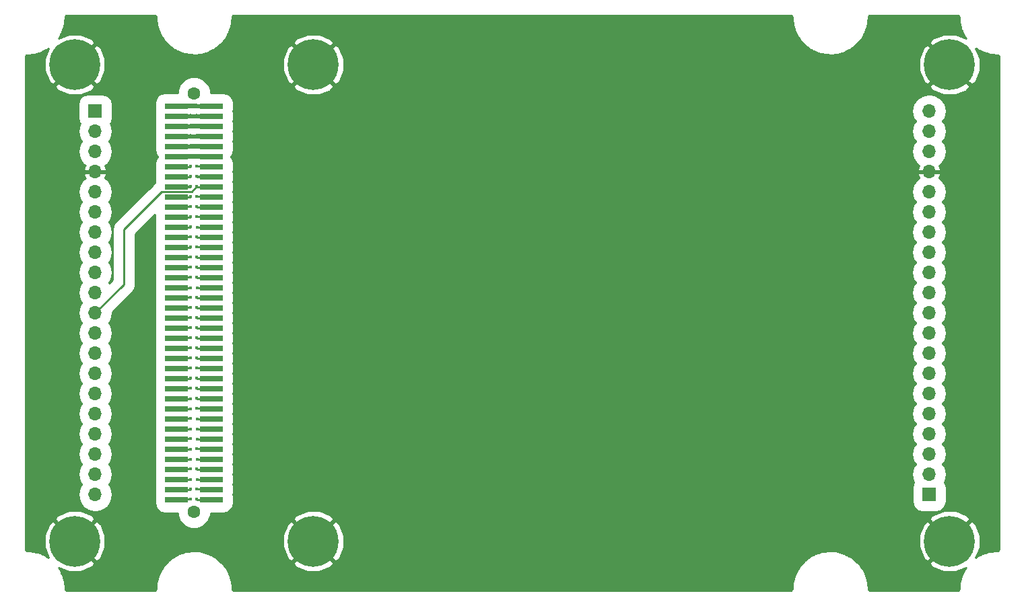
<source format=gbr>
G04 #@! TF.GenerationSoftware,KiCad,Pcbnew,(5.0.0-rc2-dev-107-g49486b83b)*
G04 #@! TF.CreationDate,2018-03-28T00:44:18+08:00*
G04 #@! TF.ProjectId,ebox-basic,65626F782D62617369632E6B69636164,rev?*
G04 #@! TF.SameCoordinates,Original*
G04 #@! TF.FileFunction,Copper,L1,Top,Signal*
G04 #@! TF.FilePolarity,Positive*
%FSLAX46Y46*%
G04 Gerber Fmt 4.6, Leading zero omitted, Abs format (unit mm)*
G04 Created by KiCad (PCBNEW (5.0.0-rc2-dev-107-g49486b83b)) date 03/28/18 00:44:18*
%MOMM*%
%LPD*%
G01*
G04 APERTURE LIST*
%ADD10C,1.600000*%
%ADD11R,2.900000X0.740000*%
%ADD12C,0.800000*%
%ADD13C,6.400000*%
%ADD14R,1.700000X1.700000*%
%ADD15O,1.700000X1.700000*%
%ADD16C,0.200000*%
%ADD17C,0.400000*%
%ADD18C,0.500000*%
%ADD19C,0.250000*%
%ADD20C,0.254000*%
G04 APERTURE END LIST*
D10*
X22500000Y-63839800D03*
X22500000Y-11122100D03*
D11*
X24700000Y-62265000D03*
X20300000Y-62265000D03*
X24700000Y-60995000D03*
X20300000Y-60995000D03*
X24700000Y-59725000D03*
X20300000Y-59725000D03*
X24700000Y-58455000D03*
X20300000Y-58455000D03*
X24700000Y-57185000D03*
X20300000Y-57185000D03*
X24700000Y-55915000D03*
X20300000Y-55915000D03*
X24700000Y-54645000D03*
X20300000Y-54645000D03*
X24700000Y-53375000D03*
X20300000Y-53375000D03*
X24700000Y-52105000D03*
X20300000Y-52105000D03*
X24700000Y-50835000D03*
X20300000Y-50835000D03*
X24700000Y-49565000D03*
X20300000Y-49565000D03*
X24700000Y-48295000D03*
X20300000Y-48295000D03*
X24700000Y-47025000D03*
X20300000Y-47025000D03*
X24700000Y-45755000D03*
X20300000Y-45755000D03*
X24700000Y-44485000D03*
X20300000Y-44485000D03*
X24700000Y-43215000D03*
X20300000Y-43215000D03*
X24700000Y-41945000D03*
X20300000Y-41945000D03*
X24700000Y-40675000D03*
X20300000Y-40675000D03*
X24700000Y-39405000D03*
X20300000Y-39405000D03*
X24700000Y-38135000D03*
X20300000Y-38135000D03*
X24700000Y-36865000D03*
X20300000Y-36865000D03*
X24700000Y-35595000D03*
X20300000Y-35595000D03*
X24700000Y-34325000D03*
X20300000Y-34325000D03*
X24700000Y-33055000D03*
X20300000Y-33055000D03*
X24700000Y-31785000D03*
X20300000Y-31785000D03*
X24700000Y-30515000D03*
X20300000Y-30515000D03*
X24700000Y-29245000D03*
X20300000Y-29245000D03*
X24700000Y-27975000D03*
X20300000Y-27975000D03*
X24700000Y-26705000D03*
X20300000Y-26705000D03*
X24700000Y-25435000D03*
X20300000Y-25435000D03*
X24700000Y-24165000D03*
X20300000Y-24165000D03*
X24700000Y-22895000D03*
X20300000Y-22895000D03*
X24700000Y-21625000D03*
X20300000Y-21625000D03*
X24700000Y-20355000D03*
X20300000Y-20355000D03*
X24700000Y-19085000D03*
X20300000Y-19085000D03*
X24700000Y-17815000D03*
X20300000Y-17815000D03*
X24700000Y-16545000D03*
X20300000Y-16545000D03*
X24700000Y-15275000D03*
X20300000Y-15275000D03*
X24700000Y-14005000D03*
X20300000Y-14005000D03*
X24700000Y-12735000D03*
X20300000Y-12735000D03*
D10*
X22512700Y-11122100D03*
X22500000Y-63839800D03*
D12*
X9197056Y-5802944D03*
X7500000Y-5100000D03*
X5802944Y-5802944D03*
X5100000Y-7500000D03*
X5802944Y-9197056D03*
X7500000Y-9900000D03*
X9197056Y-9197056D03*
X9900000Y-7500000D03*
D13*
X7500000Y-7500000D03*
D12*
X39197056Y-5802944D03*
X37500000Y-5100000D03*
X35802944Y-5802944D03*
X35100000Y-7500000D03*
X35802944Y-9197056D03*
X37500000Y-9900000D03*
X39197056Y-9197056D03*
X39900000Y-7500000D03*
D13*
X37500000Y-7500000D03*
D12*
X9197056Y-65802944D03*
X7500000Y-65100000D03*
X5802944Y-65802944D03*
X5100000Y-67500000D03*
X5802944Y-69197056D03*
X7500000Y-69900000D03*
X9197056Y-69197056D03*
X9900000Y-67500000D03*
D13*
X7500000Y-67500000D03*
D12*
X39197056Y-65802944D03*
X37500000Y-65100000D03*
X35802944Y-65802944D03*
X35100000Y-67500000D03*
X35802944Y-69197056D03*
X37500000Y-69900000D03*
X39197056Y-69197056D03*
X39900000Y-67500000D03*
D13*
X37500000Y-67500000D03*
D14*
X10060000Y-13370000D03*
D15*
X10060000Y-15910000D03*
X10060000Y-18450000D03*
X10060000Y-20990000D03*
X10060000Y-23530000D03*
X10060000Y-26070000D03*
X10060000Y-28610000D03*
X10060000Y-31150000D03*
X10060000Y-33690000D03*
X10060000Y-36230000D03*
X10060000Y-38770000D03*
X10060000Y-41310000D03*
X10060000Y-43850000D03*
X10060000Y-46390000D03*
X10060000Y-48930000D03*
X10060000Y-51470000D03*
X10060000Y-54010000D03*
X10060000Y-56550000D03*
X10060000Y-59090000D03*
X10060000Y-61630000D03*
X114940000Y-13370000D03*
X114940000Y-15910000D03*
X114940000Y-18450000D03*
X114940000Y-20990000D03*
X114940000Y-23530000D03*
X114940000Y-26070000D03*
X114940000Y-28610000D03*
X114940000Y-31150000D03*
X114940000Y-33690000D03*
X114940000Y-36230000D03*
X114940000Y-38770000D03*
X114940000Y-41310000D03*
X114940000Y-43850000D03*
X114940000Y-46390000D03*
X114940000Y-48930000D03*
X114940000Y-51470000D03*
X114940000Y-54010000D03*
X114940000Y-56550000D03*
X114940000Y-59090000D03*
D14*
X114940000Y-61630000D03*
D13*
X117500000Y-7500000D03*
D12*
X119900000Y-7500000D03*
X119197056Y-9197056D03*
X117500000Y-9900000D03*
X115802944Y-9197056D03*
X115100000Y-7500000D03*
X115802944Y-5802944D03*
X117500000Y-5100000D03*
X119197056Y-5802944D03*
X119197056Y-65802944D03*
X117500000Y-65100000D03*
X115802944Y-65802944D03*
X115100000Y-67500000D03*
X115802944Y-69197056D03*
X117500000Y-69900000D03*
X119197056Y-69197056D03*
X119900000Y-67500000D03*
D13*
X117500000Y-67500000D03*
D16*
X111760000Y-7620000D03*
X15240000Y-7620000D03*
X30480000Y-7620000D03*
X101600000Y-7620000D03*
X91440000Y-7620000D03*
X78740000Y-7620000D03*
X68580000Y-7620000D03*
X55880000Y-7620000D03*
X43180000Y-7620000D03*
X121920000Y-58420000D03*
X121920000Y-50800000D03*
X121920000Y-40640000D03*
X121920000Y-33020000D03*
X121920000Y-25400000D03*
X121920000Y-17780000D03*
X2540000Y-58420000D03*
X2540000Y-53340000D03*
X2540000Y-43180000D03*
X2540000Y-35560000D03*
X2540000Y-25400000D03*
X2540000Y-17780000D03*
X121920000Y-10160000D03*
X121920000Y-66040000D03*
X2540000Y-66040000D03*
X2540000Y-10160000D03*
X15240000Y-66040000D03*
X30480000Y-66040000D03*
X43180000Y-66040000D03*
X55880000Y-66040000D03*
X68580000Y-66040000D03*
X78740000Y-66040000D03*
X88900000Y-66040000D03*
X99060000Y-66040000D03*
X111760000Y-66040000D03*
X78740000Y-60960000D03*
X68580000Y-60960000D03*
X55880000Y-60960000D03*
X43180000Y-60960000D03*
X30480000Y-60960000D03*
X78740000Y-53340000D03*
X68580000Y-53340000D03*
X55880000Y-53340000D03*
X43180000Y-53340000D03*
X30480000Y-53340000D03*
X68580000Y-45720000D03*
X78740000Y-45720000D03*
X55880000Y-45720000D03*
X43180000Y-45720000D03*
X30480000Y-45720000D03*
X91440000Y-30480000D03*
X78740000Y-30480000D03*
X68580000Y-30480000D03*
X55880000Y-30480000D03*
X43180000Y-30480000D03*
X30480000Y-30480000D03*
X101600000Y-20320000D03*
X91440000Y-20320000D03*
X78740000Y-20320000D03*
X68580000Y-20320000D03*
X55880000Y-20320000D03*
X43180000Y-20320000D03*
X30480000Y-20320000D03*
D17*
X22860000Y-19050000D03*
X22860000Y-17780000D03*
X22860000Y-16510000D03*
X22860000Y-15240000D03*
X22860000Y-13970000D03*
X22860000Y-12700000D03*
X22098000Y-19050000D03*
X22098000Y-17780000D03*
X22098000Y-16510000D03*
X22098000Y-15240000D03*
X22098000Y-13970000D03*
X22098000Y-12700000D03*
X22098000Y-21590000D03*
X22098000Y-20320000D03*
X22860000Y-20320000D03*
X22860000Y-21590000D03*
X22098000Y-22860000D03*
X22860000Y-22860000D03*
X22098000Y-24130000D03*
X22860000Y-24130000D03*
X22098000Y-25400000D03*
X22860000Y-25400000D03*
X22098000Y-26670000D03*
X22860000Y-26670000D03*
X22098000Y-27940000D03*
X22895000Y-27975000D03*
X22098000Y-29210000D03*
X22860000Y-29210000D03*
X22098000Y-30480000D03*
X22860000Y-30480000D03*
X22098000Y-31750000D03*
X22860000Y-31750000D03*
X22098000Y-33020000D03*
X22860000Y-33020000D03*
X22098000Y-34290000D03*
X22860000Y-34290000D03*
X22063000Y-35595000D03*
X22895000Y-35595000D03*
X22098000Y-36830000D03*
X22860000Y-36830000D03*
X22098000Y-38100000D03*
X22860000Y-38100000D03*
X22098000Y-39370000D03*
X22860000Y-39370000D03*
X22098000Y-40640000D03*
X22860000Y-40640000D03*
X22098000Y-41910000D03*
X22860000Y-41910000D03*
X22098000Y-43180000D03*
X22860000Y-43180000D03*
X22098000Y-44450000D03*
X22860000Y-44450000D03*
X22098000Y-45720000D03*
X22860000Y-45720000D03*
X22098000Y-46990000D03*
X22860000Y-46990000D03*
X22098000Y-48260000D03*
X22860000Y-48260000D03*
X22063000Y-49565000D03*
X22860000Y-49530000D03*
X22063000Y-50835000D03*
X22860000Y-50800000D03*
X22098000Y-52070000D03*
X22895000Y-52105000D03*
X22063000Y-53375000D03*
X22895000Y-53375000D03*
X22098000Y-54610000D03*
X22895000Y-54645000D03*
X22063000Y-55915000D03*
X22860000Y-55880000D03*
X22063000Y-57185000D03*
X22895000Y-57185000D03*
X22098000Y-58420000D03*
X22860000Y-58420000D03*
X22063000Y-59725000D03*
X22895000Y-59725000D03*
X22895000Y-59725000D03*
X22098000Y-60960000D03*
X22860000Y-60960000D03*
X22098000Y-62230000D03*
X22860000Y-62230000D03*
D18*
X22098000Y-12700000D02*
X22860000Y-12700000D01*
X24700000Y-14005000D02*
X22895000Y-14005000D01*
X22895000Y-14005000D02*
X22860000Y-13970000D01*
X20300000Y-14005000D02*
X22063000Y-14005000D01*
X22063000Y-14005000D02*
X22098000Y-13970000D01*
X22860000Y-16510000D02*
X24665000Y-16510000D01*
X24665000Y-16510000D02*
X24700000Y-16545000D01*
X20300000Y-16545000D02*
X22063000Y-16545000D01*
X22063000Y-16545000D02*
X22098000Y-16510000D01*
X22860000Y-17780000D02*
X24665000Y-17780000D01*
X24665000Y-17780000D02*
X24700000Y-17815000D01*
X22098000Y-17780000D02*
X22860000Y-17780000D01*
X20300000Y-17815000D02*
X22063000Y-17815000D01*
X22063000Y-17815000D02*
X22098000Y-17780000D01*
X22860000Y-19050000D02*
X24665000Y-19050000D01*
X24665000Y-19050000D02*
X24700000Y-19085000D01*
X22098000Y-19050000D02*
X22860000Y-19050000D01*
X22098000Y-19050000D02*
X20335000Y-19050000D01*
X20335000Y-19050000D02*
X20300000Y-19085000D01*
X20300000Y-19085000D02*
X24700000Y-19085000D01*
X22860000Y-15240000D02*
X22098000Y-15240000D01*
X22860000Y-15240000D02*
X24665000Y-15240000D01*
X24665000Y-15240000D02*
X24700000Y-15275000D01*
X20300000Y-15275000D02*
X22063000Y-15275000D01*
X22063000Y-15275000D02*
X22098000Y-15240000D01*
X22098000Y-12700000D02*
X20335000Y-12700000D01*
X20335000Y-12700000D02*
X20300000Y-12735000D01*
X20550000Y-12735000D02*
X24450000Y-12735000D01*
X24450000Y-14005000D02*
X20550000Y-14005000D01*
X24450000Y-16545000D02*
X20550000Y-16545000D01*
X20550000Y-17815000D02*
X24450000Y-17815000D01*
D19*
X20300000Y-21625000D02*
X22063000Y-21625000D01*
X22063000Y-21625000D02*
X22098000Y-21590000D01*
X24700000Y-21625000D02*
X22895000Y-21625000D01*
X22895000Y-21625000D02*
X22860000Y-21590000D01*
X20300000Y-22895000D02*
X22063000Y-22895000D01*
X22063000Y-22895000D02*
X22098000Y-22860000D01*
X13680440Y-28254960D02*
X13680440Y-35149560D01*
X13680440Y-35149560D02*
X10060000Y-38770000D01*
X18404840Y-23530560D02*
X13680440Y-28254960D01*
X22189440Y-23530560D02*
X18404840Y-23530560D01*
X22860000Y-22860000D02*
X22189440Y-23530560D01*
X24700000Y-22895000D02*
X22895000Y-22895000D01*
X22895000Y-22895000D02*
X22860000Y-22860000D01*
D18*
X24450000Y-19085000D02*
X20550000Y-19085000D01*
X20550000Y-15275000D02*
X24450000Y-15275000D01*
D19*
X22063000Y-20355000D02*
X22098000Y-20320000D01*
X20550000Y-20355000D02*
X22063000Y-20355000D01*
X22860000Y-20320000D02*
X24415000Y-20320000D01*
X24415000Y-20320000D02*
X24450000Y-20355000D01*
X22860000Y-21590000D02*
X24415000Y-21590000D01*
X24415000Y-21590000D02*
X24450000Y-21625000D01*
X22098000Y-22860000D02*
X20585000Y-22860000D01*
X20585000Y-22860000D02*
X20550000Y-22895000D01*
X24450000Y-22895000D02*
X22895000Y-22895000D01*
X22063000Y-24165000D02*
X22098000Y-24130000D01*
X20550000Y-24165000D02*
X22063000Y-24165000D01*
X22860000Y-24130000D02*
X24415000Y-24130000D01*
X24415000Y-24130000D02*
X24450000Y-24165000D01*
X22098000Y-25400000D02*
X20585000Y-25400000D01*
X20585000Y-25400000D02*
X20550000Y-25435000D01*
X22895000Y-25435000D02*
X22860000Y-25400000D01*
X24450000Y-25435000D02*
X22895000Y-25435000D01*
X22063000Y-26705000D02*
X22098000Y-26670000D01*
X20550000Y-26705000D02*
X22063000Y-26705000D01*
X22860000Y-26670000D02*
X24415000Y-26670000D01*
X24415000Y-26670000D02*
X24450000Y-26705000D01*
X22063000Y-27975000D02*
X22098000Y-27940000D01*
X20550000Y-27975000D02*
X22063000Y-27975000D01*
X24450000Y-27975000D02*
X22895000Y-27975000D01*
X22098000Y-29210000D02*
X20585000Y-29210000D01*
X20585000Y-29210000D02*
X20550000Y-29245000D01*
X22895000Y-29245000D02*
X22860000Y-29210000D01*
X24450000Y-29245000D02*
X22895000Y-29245000D01*
X22063000Y-30515000D02*
X22098000Y-30480000D01*
X20550000Y-30515000D02*
X22063000Y-30515000D01*
X22860000Y-30480000D02*
X24415000Y-30480000D01*
X24415000Y-30480000D02*
X24450000Y-30515000D01*
X22098000Y-31750000D02*
X20585000Y-31750000D01*
X20585000Y-31750000D02*
X20550000Y-31785000D01*
X22895000Y-31785000D02*
X22860000Y-31750000D01*
X24450000Y-31785000D02*
X22895000Y-31785000D01*
X22098000Y-33020000D02*
X20585000Y-33020000D01*
X20585000Y-33020000D02*
X20550000Y-33055000D01*
X22895000Y-33055000D02*
X22860000Y-33020000D01*
X24450000Y-33055000D02*
X22895000Y-33055000D01*
X22098000Y-34290000D02*
X20585000Y-34290000D01*
X20585000Y-34290000D02*
X20550000Y-34325000D01*
X22895000Y-34325000D02*
X22860000Y-34290000D01*
X24450000Y-34325000D02*
X22895000Y-34325000D01*
X20550000Y-35595000D02*
X22063000Y-35595000D01*
X24450000Y-35595000D02*
X22895000Y-35595000D01*
X22098000Y-36830000D02*
X20585000Y-36830000D01*
X20585000Y-36830000D02*
X20550000Y-36865000D01*
X22895000Y-36865000D02*
X22860000Y-36830000D01*
X24450000Y-36865000D02*
X22895000Y-36865000D01*
X22098000Y-38100000D02*
X20585000Y-38100000D01*
X20585000Y-38100000D02*
X20550000Y-38135000D01*
X22895000Y-38135000D02*
X22860000Y-38100000D01*
X24450000Y-38135000D02*
X22895000Y-38135000D01*
X22098000Y-39370000D02*
X20585000Y-39370000D01*
X20585000Y-39370000D02*
X20550000Y-39405000D01*
X22895000Y-39405000D02*
X22860000Y-39370000D01*
X24450000Y-39405000D02*
X22895000Y-39405000D01*
X22098000Y-40640000D02*
X20585000Y-40640000D01*
X20585000Y-40640000D02*
X20550000Y-40675000D01*
X22895000Y-40675000D02*
X22860000Y-40640000D01*
X24450000Y-40675000D02*
X22895000Y-40675000D01*
X22098000Y-41910000D02*
X20585000Y-41910000D01*
X20585000Y-41910000D02*
X20550000Y-41945000D01*
X22895000Y-41945000D02*
X22860000Y-41910000D01*
X24450000Y-41945000D02*
X22895000Y-41945000D01*
X22098000Y-43180000D02*
X20585000Y-43180000D01*
X20585000Y-43180000D02*
X20550000Y-43215000D01*
X22895000Y-43215000D02*
X22860000Y-43180000D01*
X24450000Y-43215000D02*
X22895000Y-43215000D01*
X22098000Y-44450000D02*
X20585000Y-44450000D01*
X20585000Y-44450000D02*
X20550000Y-44485000D01*
X22895000Y-44485000D02*
X22860000Y-44450000D01*
X24450000Y-44485000D02*
X22895000Y-44485000D01*
X22098000Y-45720000D02*
X20585000Y-45720000D01*
X20585000Y-45720000D02*
X20550000Y-45755000D01*
X22860000Y-45720000D02*
X24415000Y-45720000D01*
X24415000Y-45720000D02*
X24450000Y-45755000D01*
X22063000Y-47025000D02*
X22098000Y-46990000D01*
X20550000Y-47025000D02*
X22063000Y-47025000D01*
X22895000Y-47025000D02*
X22860000Y-46990000D01*
X24450000Y-47025000D02*
X22895000Y-47025000D01*
X22098000Y-48260000D02*
X20585000Y-48260000D01*
X20585000Y-48260000D02*
X20550000Y-48295000D01*
X22895000Y-48295000D02*
X22860000Y-48260000D01*
X24450000Y-48295000D02*
X22895000Y-48295000D01*
X20550000Y-49565000D02*
X22063000Y-49565000D01*
X22895000Y-49565000D02*
X22860000Y-49530000D01*
X24450000Y-49565000D02*
X22895000Y-49565000D01*
X20550000Y-50835000D02*
X22063000Y-50835000D01*
X22860000Y-50800000D02*
X24415000Y-50800000D01*
X24415000Y-50800000D02*
X24450000Y-50835000D01*
X22098000Y-52070000D02*
X20585000Y-52070000D01*
X20585000Y-52070000D02*
X20550000Y-52105000D01*
X24450000Y-52105000D02*
X22895000Y-52105000D01*
X20550000Y-53375000D02*
X22063000Y-53375000D01*
X22895000Y-53375000D02*
X24450000Y-53375000D01*
X22098000Y-54610000D02*
X20585000Y-54610000D01*
X20585000Y-54610000D02*
X20550000Y-54645000D01*
X24450000Y-54645000D02*
X22895000Y-54645000D01*
X20550000Y-55915000D02*
X22063000Y-55915000D01*
X22860000Y-55880000D02*
X24415000Y-55880000D01*
X24415000Y-55880000D02*
X24450000Y-55915000D01*
X20550000Y-57185000D02*
X22063000Y-57185000D01*
X22895000Y-57185000D02*
X24450000Y-57185000D01*
X22098000Y-58420000D02*
X20585000Y-58420000D01*
X20585000Y-58420000D02*
X20550000Y-58455000D01*
X22895000Y-58455000D02*
X22860000Y-58420000D01*
X24450000Y-58455000D02*
X22895000Y-58455000D01*
X20550000Y-59725000D02*
X22063000Y-59725000D01*
X24450000Y-59725000D02*
X22895000Y-59725000D01*
X22063000Y-60995000D02*
X22098000Y-60960000D01*
X20550000Y-60995000D02*
X22063000Y-60995000D01*
X22860000Y-60960000D02*
X24415000Y-60960000D01*
X24415000Y-60960000D02*
X24450000Y-60995000D01*
X22098000Y-62230000D02*
X20585000Y-62230000D01*
X20585000Y-62230000D02*
X20550000Y-62265000D01*
X22895000Y-62265000D02*
X22860000Y-62230000D01*
X24450000Y-62265000D02*
X22895000Y-62265000D01*
D20*
G36*
X17532206Y-1292585D02*
X17560849Y-1298673D01*
X17588351Y-1308683D01*
X17614212Y-1322434D01*
X17637892Y-1339639D01*
X17658952Y-1359976D01*
X17676980Y-1383051D01*
X17691618Y-1408404D01*
X17702588Y-1435555D01*
X17709669Y-1463956D01*
X17716784Y-1531653D01*
X17716784Y-1545317D01*
X17725310Y-1789465D01*
X17727661Y-1811833D01*
X17727661Y-1834323D01*
X17737051Y-1923662D01*
X17805008Y-2407205D01*
X17814351Y-2451161D01*
X17820607Y-2495674D01*
X17842336Y-2582821D01*
X17842339Y-2582835D01*
X17842340Y-2582837D01*
X17976933Y-3052217D01*
X17992300Y-3094439D01*
X18004691Y-3137650D01*
X18038343Y-3220941D01*
X18236950Y-3667020D01*
X18258049Y-3706701D01*
X18276330Y-3747761D01*
X18321246Y-3825558D01*
X18580004Y-4239656D01*
X18606422Y-4276017D01*
X18630236Y-4314127D01*
X18685541Y-4384915D01*
X18999411Y-4758971D01*
X19030628Y-4791296D01*
X19059519Y-4825728D01*
X19124139Y-4888130D01*
X19487013Y-5214865D01*
X19522432Y-5242537D01*
X19555829Y-5272608D01*
X19628504Y-5325410D01*
X20033319Y-5598461D01*
X20072246Y-5620935D01*
X20109501Y-5646064D01*
X20188818Y-5688238D01*
X20627695Y-5902292D01*
X20669366Y-5919128D01*
X20709757Y-5938828D01*
X20794171Y-5969552D01*
X21258567Y-6120444D01*
X21302173Y-6131316D01*
X21344918Y-6145205D01*
X21432787Y-6163882D01*
X21913663Y-6248674D01*
X21958354Y-6253371D01*
X22002622Y-6261177D01*
X22092229Y-6267443D01*
X22092235Y-6267443D01*
X22580233Y-6284484D01*
X22625149Y-6282916D01*
X22670064Y-6284484D01*
X22759677Y-6278218D01*
X23245298Y-6227177D01*
X23289556Y-6219373D01*
X23334254Y-6214675D01*
X23422122Y-6195998D01*
X23895912Y-6077869D01*
X23938657Y-6063980D01*
X23982264Y-6053108D01*
X24066661Y-6022389D01*
X24066677Y-6022384D01*
X24066684Y-6022381D01*
X24519418Y-5839464D01*
X24559804Y-5819766D01*
X24601481Y-5802928D01*
X24680798Y-5760754D01*
X25103674Y-5516607D01*
X25140931Y-5491477D01*
X25179857Y-5469003D01*
X25252532Y-5416201D01*
X25637314Y-5115576D01*
X25670706Y-5085510D01*
X25706127Y-5057836D01*
X25770746Y-4995433D01*
X25998981Y-4759090D01*
X34938695Y-4759090D01*
X37500000Y-7320395D01*
X40061305Y-4759090D01*
X39694360Y-4263657D01*
X38288829Y-3670264D01*
X36763207Y-3659913D01*
X35349754Y-4234181D01*
X35305640Y-4263657D01*
X34938695Y-4759090D01*
X25998981Y-4759090D01*
X26109946Y-4644183D01*
X26138835Y-4609754D01*
X26170057Y-4577423D01*
X26225363Y-4506634D01*
X26512374Y-4111595D01*
X26536191Y-4073480D01*
X26562605Y-4037124D01*
X26607521Y-3959328D01*
X26836762Y-3528189D01*
X26855040Y-3487137D01*
X26876142Y-3447449D01*
X26909793Y-3364159D01*
X27076800Y-2905312D01*
X27089188Y-2862109D01*
X27104560Y-2819876D01*
X27126292Y-2732713D01*
X27227814Y-2255088D01*
X27234068Y-2210587D01*
X27243413Y-2166623D01*
X27252803Y-2077283D01*
X27286865Y-1590178D01*
X27286865Y-1590176D01*
X27295185Y-1471194D01*
X27301273Y-1442551D01*
X27311283Y-1415049D01*
X27325034Y-1389188D01*
X27342239Y-1365508D01*
X27362576Y-1344448D01*
X27385651Y-1326420D01*
X27411004Y-1311782D01*
X27438155Y-1300812D01*
X27466556Y-1293731D01*
X27526793Y-1287400D01*
X97458055Y-1287400D01*
X97532206Y-1292585D01*
X97560849Y-1298673D01*
X97588351Y-1308683D01*
X97614212Y-1322434D01*
X97637892Y-1339639D01*
X97658952Y-1359976D01*
X97676980Y-1383051D01*
X97691618Y-1408404D01*
X97702588Y-1435555D01*
X97709669Y-1463956D01*
X97716784Y-1531653D01*
X97716784Y-1545317D01*
X97725310Y-1789465D01*
X97727661Y-1811833D01*
X97727661Y-1834323D01*
X97737051Y-1923662D01*
X97805008Y-2407205D01*
X97814351Y-2451161D01*
X97820607Y-2495674D01*
X97842336Y-2582821D01*
X97842339Y-2582835D01*
X97842340Y-2582837D01*
X97976933Y-3052217D01*
X97992300Y-3094439D01*
X98004691Y-3137650D01*
X98038343Y-3220941D01*
X98236950Y-3667020D01*
X98258049Y-3706701D01*
X98276330Y-3747761D01*
X98321246Y-3825558D01*
X98580004Y-4239656D01*
X98606422Y-4276017D01*
X98630236Y-4314127D01*
X98685541Y-4384915D01*
X98999411Y-4758971D01*
X99030628Y-4791296D01*
X99059519Y-4825728D01*
X99124139Y-4888130D01*
X99487013Y-5214865D01*
X99522432Y-5242537D01*
X99555829Y-5272608D01*
X99628504Y-5325410D01*
X100033319Y-5598461D01*
X100072246Y-5620935D01*
X100109501Y-5646064D01*
X100188818Y-5688238D01*
X100627695Y-5902292D01*
X100669366Y-5919128D01*
X100709757Y-5938828D01*
X100794171Y-5969552D01*
X101258567Y-6120444D01*
X101302173Y-6131316D01*
X101344918Y-6145205D01*
X101432787Y-6163882D01*
X101913663Y-6248674D01*
X101958354Y-6253371D01*
X102002622Y-6261177D01*
X102092229Y-6267443D01*
X102092235Y-6267443D01*
X102580233Y-6284484D01*
X102625149Y-6282916D01*
X102670064Y-6284484D01*
X102759677Y-6278218D01*
X103245298Y-6227177D01*
X103289556Y-6219373D01*
X103334254Y-6214675D01*
X103422122Y-6195998D01*
X103895912Y-6077869D01*
X103938657Y-6063980D01*
X103982264Y-6053108D01*
X104066661Y-6022389D01*
X104066677Y-6022384D01*
X104066684Y-6022381D01*
X104519418Y-5839464D01*
X104559804Y-5819766D01*
X104601481Y-5802928D01*
X104680798Y-5760754D01*
X105103674Y-5516607D01*
X105140931Y-5491477D01*
X105179857Y-5469003D01*
X105252532Y-5416201D01*
X105637314Y-5115576D01*
X105670706Y-5085510D01*
X105706127Y-5057836D01*
X105770746Y-4995433D01*
X106109946Y-4644183D01*
X106138835Y-4609754D01*
X106170057Y-4577423D01*
X106225363Y-4506634D01*
X106512374Y-4111595D01*
X106536191Y-4073480D01*
X106562605Y-4037124D01*
X106607521Y-3959328D01*
X106836762Y-3528189D01*
X106855040Y-3487137D01*
X106876142Y-3447449D01*
X106909793Y-3364159D01*
X107076800Y-2905312D01*
X107089188Y-2862109D01*
X107104560Y-2819876D01*
X107126292Y-2732713D01*
X107227814Y-2255088D01*
X107234068Y-2210587D01*
X107243413Y-2166623D01*
X107252803Y-2077283D01*
X107286865Y-1590178D01*
X107286865Y-1590176D01*
X107295185Y-1471194D01*
X107301273Y-1442551D01*
X107311283Y-1415049D01*
X107325034Y-1389188D01*
X107342239Y-1365508D01*
X107362576Y-1344448D01*
X107385651Y-1326420D01*
X107411004Y-1311782D01*
X107438155Y-1300812D01*
X107466556Y-1293731D01*
X107526793Y-1287400D01*
X118458055Y-1287400D01*
X118532206Y-1292585D01*
X118560849Y-1298673D01*
X118588351Y-1308683D01*
X118614212Y-1322434D01*
X118637892Y-1339639D01*
X118658952Y-1359976D01*
X118676980Y-1383051D01*
X118691618Y-1408404D01*
X118702588Y-1435555D01*
X118709669Y-1463956D01*
X118716263Y-1526695D01*
X118718328Y-1645009D01*
X118719309Y-1656218D01*
X118718916Y-1667464D01*
X118725182Y-1757077D01*
X118776223Y-2242698D01*
X118784027Y-2286956D01*
X118788725Y-2331654D01*
X118807402Y-2419522D01*
X118925531Y-2893312D01*
X118939420Y-2936057D01*
X118950292Y-2979664D01*
X118981011Y-3064061D01*
X118981016Y-3064077D01*
X118981019Y-3064084D01*
X119163936Y-3516818D01*
X119183634Y-3557204D01*
X119200472Y-3598881D01*
X119242646Y-3678198D01*
X119486793Y-4101074D01*
X119511923Y-4138331D01*
X119534397Y-4177257D01*
X119554169Y-4204471D01*
X118288829Y-3670264D01*
X116763207Y-3659913D01*
X115349754Y-4234181D01*
X115305640Y-4263657D01*
X114938695Y-4759090D01*
X117500000Y-7320395D01*
X117514143Y-7306253D01*
X117693748Y-7485858D01*
X117679605Y-7500000D01*
X120240910Y-10061305D01*
X120736343Y-9694360D01*
X121329736Y-8288829D01*
X121340087Y-6763207D01*
X120805298Y-5446923D01*
X120891805Y-5509774D01*
X120929920Y-5533591D01*
X120966276Y-5560005D01*
X121044069Y-5604919D01*
X121044075Y-5604923D01*
X121044080Y-5604925D01*
X121475211Y-5834162D01*
X121516263Y-5852440D01*
X121555951Y-5873542D01*
X121639241Y-5907193D01*
X122098088Y-6074200D01*
X122141291Y-6086588D01*
X122183524Y-6101960D01*
X122270679Y-6123690D01*
X122270686Y-6123692D01*
X122270689Y-6123692D01*
X122748312Y-6225214D01*
X122792813Y-6231468D01*
X122836777Y-6240813D01*
X122926117Y-6250203D01*
X123413222Y-6284265D01*
X123413223Y-6284265D01*
X123532206Y-6292585D01*
X123560849Y-6298673D01*
X123588351Y-6308683D01*
X123614212Y-6322434D01*
X123637892Y-6339639D01*
X123658952Y-6359976D01*
X123676980Y-6383051D01*
X123691618Y-6408404D01*
X123702588Y-6435555D01*
X123709669Y-6463956D01*
X123716000Y-6524193D01*
X123716001Y-68455441D01*
X123710815Y-68529605D01*
X123704727Y-68558248D01*
X123694716Y-68585753D01*
X123680967Y-68611611D01*
X123663763Y-68635291D01*
X123643420Y-68656356D01*
X123620351Y-68674379D01*
X123594997Y-68689017D01*
X123567844Y-68699988D01*
X123539443Y-68707069D01*
X123476705Y-68713663D01*
X123358392Y-68715728D01*
X123347182Y-68716709D01*
X123335936Y-68716316D01*
X123246323Y-68722582D01*
X122760702Y-68773623D01*
X122716444Y-68781427D01*
X122671746Y-68786125D01*
X122583877Y-68804802D01*
X122110088Y-68922931D01*
X122067342Y-68936820D01*
X122023736Y-68947692D01*
X121939322Y-68978416D01*
X121486582Y-69161336D01*
X121446196Y-69181034D01*
X121404519Y-69197872D01*
X121325202Y-69240046D01*
X120902326Y-69484193D01*
X120865072Y-69509321D01*
X120826144Y-69531796D01*
X120795609Y-69553981D01*
X121329736Y-68288829D01*
X121340087Y-66763207D01*
X120765819Y-65349754D01*
X120736343Y-65305640D01*
X120240910Y-64938695D01*
X117679605Y-67500000D01*
X117693748Y-67514143D01*
X117514143Y-67693748D01*
X117500000Y-67679605D01*
X114938695Y-70240910D01*
X115305640Y-70736343D01*
X116711171Y-71329736D01*
X118236793Y-71340087D01*
X119555221Y-70804427D01*
X119493625Y-70889206D01*
X119469808Y-70927322D01*
X119443395Y-70963676D01*
X119398479Y-71041473D01*
X119169238Y-71472611D01*
X119150961Y-71513662D01*
X119129858Y-71553351D01*
X119096207Y-71636641D01*
X118929200Y-72095488D01*
X118916813Y-72138688D01*
X118901440Y-72180924D01*
X118879708Y-72268088D01*
X118778186Y-72745712D01*
X118771931Y-72790216D01*
X118762587Y-72834178D01*
X118753197Y-72923517D01*
X118719135Y-73410623D01*
X118710815Y-73529605D01*
X118704727Y-73558248D01*
X118694716Y-73585753D01*
X118680967Y-73611611D01*
X118663763Y-73635291D01*
X118643420Y-73656356D01*
X118620351Y-73674379D01*
X118594997Y-73689017D01*
X118567844Y-73699988D01*
X118539443Y-73707069D01*
X118479206Y-73713400D01*
X107547945Y-73713400D01*
X107473795Y-73708215D01*
X107445152Y-73702127D01*
X107417647Y-73692116D01*
X107391789Y-73678367D01*
X107368109Y-73661163D01*
X107347044Y-73640820D01*
X107329021Y-73617751D01*
X107314383Y-73592397D01*
X107303412Y-73565244D01*
X107296331Y-73536843D01*
X107289216Y-73469147D01*
X107289216Y-73455484D01*
X107280690Y-73211335D01*
X107278339Y-73188967D01*
X107278339Y-73166477D01*
X107268949Y-73077138D01*
X107200992Y-72593595D01*
X107191649Y-72549639D01*
X107185393Y-72505126D01*
X107163661Y-72417963D01*
X107029067Y-71948583D01*
X107013700Y-71906361D01*
X107001309Y-71863150D01*
X106967657Y-71779859D01*
X106769050Y-71333780D01*
X106747951Y-71294099D01*
X106729670Y-71253039D01*
X106684754Y-71175242D01*
X106425996Y-70761144D01*
X106399576Y-70724780D01*
X106375764Y-70686673D01*
X106320458Y-70615885D01*
X106320457Y-70615883D01*
X106320452Y-70615878D01*
X106006589Y-70241829D01*
X105975371Y-70209502D01*
X105946481Y-70175072D01*
X105881861Y-70112670D01*
X105518987Y-69785936D01*
X105483574Y-69758268D01*
X105450171Y-69728192D01*
X105377496Y-69675390D01*
X104972681Y-69402339D01*
X104933754Y-69379865D01*
X104896499Y-69354736D01*
X104817182Y-69312562D01*
X104378305Y-69098508D01*
X104336634Y-69081672D01*
X104296243Y-69061972D01*
X104211829Y-69031248D01*
X103747433Y-68880356D01*
X103703827Y-68869484D01*
X103661082Y-68855595D01*
X103573213Y-68836918D01*
X103092336Y-68752126D01*
X103047645Y-68747429D01*
X103003377Y-68739623D01*
X102913771Y-68733357D01*
X102913765Y-68733357D01*
X102425767Y-68716316D01*
X102380851Y-68717884D01*
X102335936Y-68716316D01*
X102246323Y-68722582D01*
X101760702Y-68773623D01*
X101716444Y-68781427D01*
X101671746Y-68786125D01*
X101583877Y-68804802D01*
X101110088Y-68922931D01*
X101067342Y-68936820D01*
X101023736Y-68947692D01*
X100939322Y-68978416D01*
X100486582Y-69161336D01*
X100446196Y-69181034D01*
X100404519Y-69197872D01*
X100325202Y-69240046D01*
X99902326Y-69484193D01*
X99865072Y-69509321D01*
X99826144Y-69531796D01*
X99753468Y-69584598D01*
X99368686Y-69885224D01*
X99335287Y-69915296D01*
X99299874Y-69942964D01*
X99235254Y-70005366D01*
X98896055Y-70356617D01*
X98867166Y-70391045D01*
X98835943Y-70423378D01*
X98780637Y-70494166D01*
X98493625Y-70889206D01*
X98469808Y-70927322D01*
X98443395Y-70963676D01*
X98398479Y-71041473D01*
X98169238Y-71472611D01*
X98150961Y-71513662D01*
X98129858Y-71553351D01*
X98096207Y-71636641D01*
X97929200Y-72095488D01*
X97916813Y-72138688D01*
X97901440Y-72180924D01*
X97879708Y-72268088D01*
X97778186Y-72745712D01*
X97771931Y-72790216D01*
X97762587Y-72834178D01*
X97753197Y-72923517D01*
X97719135Y-73410623D01*
X97710815Y-73529605D01*
X97704727Y-73558248D01*
X97694716Y-73585753D01*
X97680967Y-73611611D01*
X97663763Y-73635291D01*
X97643420Y-73656356D01*
X97620351Y-73674379D01*
X97594997Y-73689017D01*
X97567844Y-73699988D01*
X97539443Y-73707069D01*
X97479206Y-73713400D01*
X27547945Y-73713400D01*
X27473795Y-73708215D01*
X27445152Y-73702127D01*
X27417647Y-73692116D01*
X27391789Y-73678367D01*
X27368109Y-73661163D01*
X27347044Y-73640820D01*
X27329021Y-73617751D01*
X27314383Y-73592397D01*
X27303412Y-73565244D01*
X27296331Y-73536843D01*
X27289216Y-73469147D01*
X27289216Y-73455484D01*
X27280690Y-73211335D01*
X27278339Y-73188967D01*
X27278339Y-73166477D01*
X27268949Y-73077138D01*
X27200992Y-72593595D01*
X27191649Y-72549639D01*
X27185393Y-72505126D01*
X27163661Y-72417963D01*
X27029067Y-71948583D01*
X27013700Y-71906361D01*
X27001309Y-71863150D01*
X26967657Y-71779859D01*
X26769050Y-71333780D01*
X26747951Y-71294099D01*
X26729670Y-71253039D01*
X26684754Y-71175242D01*
X26425996Y-70761144D01*
X26399576Y-70724780D01*
X26375764Y-70686673D01*
X26320458Y-70615885D01*
X26320457Y-70615883D01*
X26320452Y-70615878D01*
X26006589Y-70241829D01*
X26005702Y-70240910D01*
X34938695Y-70240910D01*
X35305640Y-70736343D01*
X36711171Y-71329736D01*
X38236793Y-71340087D01*
X39650246Y-70765819D01*
X39694360Y-70736343D01*
X40061305Y-70240910D01*
X37500000Y-67679605D01*
X34938695Y-70240910D01*
X26005702Y-70240910D01*
X25975371Y-70209502D01*
X25946481Y-70175072D01*
X25881861Y-70112670D01*
X25518987Y-69785936D01*
X25483574Y-69758268D01*
X25450171Y-69728192D01*
X25377496Y-69675390D01*
X24972681Y-69402339D01*
X24933754Y-69379865D01*
X24896499Y-69354736D01*
X24817182Y-69312562D01*
X24378305Y-69098508D01*
X24336634Y-69081672D01*
X24296243Y-69061972D01*
X24211829Y-69031248D01*
X23747433Y-68880356D01*
X23703827Y-68869484D01*
X23661082Y-68855595D01*
X23573213Y-68836918D01*
X23092336Y-68752126D01*
X23047645Y-68747429D01*
X23003377Y-68739623D01*
X22913771Y-68733357D01*
X22913765Y-68733357D01*
X22425767Y-68716316D01*
X22380851Y-68717884D01*
X22335936Y-68716316D01*
X22246323Y-68722582D01*
X21760702Y-68773623D01*
X21716444Y-68781427D01*
X21671746Y-68786125D01*
X21583877Y-68804802D01*
X21110088Y-68922931D01*
X21067342Y-68936820D01*
X21023736Y-68947692D01*
X20939322Y-68978416D01*
X20486582Y-69161336D01*
X20446196Y-69181034D01*
X20404519Y-69197872D01*
X20325202Y-69240046D01*
X19902326Y-69484193D01*
X19865072Y-69509321D01*
X19826144Y-69531796D01*
X19753468Y-69584598D01*
X19368686Y-69885224D01*
X19335287Y-69915296D01*
X19299874Y-69942964D01*
X19235254Y-70005366D01*
X18896055Y-70356617D01*
X18867166Y-70391045D01*
X18835943Y-70423378D01*
X18780637Y-70494166D01*
X18493625Y-70889206D01*
X18469808Y-70927322D01*
X18443395Y-70963676D01*
X18398479Y-71041473D01*
X18169238Y-71472611D01*
X18150961Y-71513662D01*
X18129858Y-71553351D01*
X18096207Y-71636641D01*
X17929200Y-72095488D01*
X17916813Y-72138688D01*
X17901440Y-72180924D01*
X17879708Y-72268088D01*
X17778186Y-72745712D01*
X17771931Y-72790216D01*
X17762587Y-72834178D01*
X17753197Y-72923517D01*
X17719135Y-73410623D01*
X17710815Y-73529605D01*
X17704727Y-73558248D01*
X17694716Y-73585753D01*
X17680967Y-73611611D01*
X17663763Y-73635291D01*
X17643420Y-73656356D01*
X17620351Y-73674379D01*
X17594997Y-73689017D01*
X17567844Y-73699988D01*
X17539443Y-73707069D01*
X17479206Y-73713400D01*
X6547945Y-73713400D01*
X6473795Y-73708215D01*
X6445152Y-73702127D01*
X6417647Y-73692116D01*
X6391789Y-73678367D01*
X6368109Y-73661163D01*
X6347044Y-73640820D01*
X6329021Y-73617751D01*
X6314383Y-73592397D01*
X6303412Y-73565244D01*
X6296331Y-73536843D01*
X6289737Y-73474105D01*
X6287672Y-73355792D01*
X6286691Y-73344582D01*
X6287084Y-73333336D01*
X6280818Y-73243723D01*
X6229777Y-72758102D01*
X6221973Y-72713844D01*
X6217275Y-72669146D01*
X6198598Y-72581277D01*
X6080469Y-72107488D01*
X6066580Y-72064742D01*
X6055708Y-72021136D01*
X6024984Y-71936722D01*
X5842064Y-71483982D01*
X5822366Y-71443596D01*
X5805528Y-71401919D01*
X5763354Y-71322602D01*
X5519207Y-70899726D01*
X5494079Y-70862472D01*
X5471604Y-70823544D01*
X5453648Y-70798830D01*
X6711171Y-71329736D01*
X8236793Y-71340087D01*
X9650246Y-70765819D01*
X9694360Y-70736343D01*
X10061305Y-70240910D01*
X7500000Y-67679605D01*
X7485858Y-67693748D01*
X7306253Y-67514143D01*
X7320395Y-67500000D01*
X7679605Y-67500000D01*
X10240910Y-70061305D01*
X10736343Y-69694360D01*
X11329736Y-68288829D01*
X11330089Y-68236793D01*
X33659913Y-68236793D01*
X34234181Y-69650246D01*
X34263657Y-69694360D01*
X34759090Y-70061305D01*
X37320395Y-67500000D01*
X37679605Y-67500000D01*
X40240910Y-70061305D01*
X40736343Y-69694360D01*
X41329736Y-68288829D01*
X41330089Y-68236793D01*
X113659913Y-68236793D01*
X114234181Y-69650246D01*
X114263657Y-69694360D01*
X114759090Y-70061305D01*
X117320395Y-67500000D01*
X114759090Y-64938695D01*
X114263657Y-65305640D01*
X113670264Y-66711171D01*
X113659913Y-68236793D01*
X41330089Y-68236793D01*
X41340087Y-66763207D01*
X40765819Y-65349754D01*
X40736343Y-65305640D01*
X40240910Y-64938695D01*
X37679605Y-67500000D01*
X37320395Y-67500000D01*
X34759090Y-64938695D01*
X34263657Y-65305640D01*
X33670264Y-66711171D01*
X33659913Y-68236793D01*
X11330089Y-68236793D01*
X11340087Y-66763207D01*
X10765819Y-65349754D01*
X10736343Y-65305640D01*
X10240910Y-64938695D01*
X7679605Y-67500000D01*
X7320395Y-67500000D01*
X4759090Y-64938695D01*
X4263657Y-65305640D01*
X3670264Y-66711171D01*
X3659913Y-68236793D01*
X4192651Y-69548027D01*
X4114194Y-69491025D01*
X4076078Y-69467208D01*
X4039724Y-69440795D01*
X3961927Y-69395879D01*
X3961924Y-69395877D01*
X3961919Y-69395875D01*
X3530789Y-69166638D01*
X3489738Y-69148361D01*
X3450049Y-69127258D01*
X3366759Y-69093607D01*
X2907912Y-68926600D01*
X2864712Y-68914213D01*
X2822476Y-68898840D01*
X2735327Y-68877112D01*
X2735314Y-68877108D01*
X2735308Y-68877107D01*
X2257688Y-68775586D01*
X2213184Y-68769331D01*
X2169222Y-68759987D01*
X2079883Y-68750597D01*
X1592777Y-68716535D01*
X1473795Y-68708215D01*
X1445152Y-68702127D01*
X1417647Y-68692116D01*
X1391789Y-68678367D01*
X1368109Y-68661163D01*
X1347044Y-68640820D01*
X1329021Y-68617751D01*
X1314383Y-68592397D01*
X1303412Y-68565244D01*
X1296331Y-68536843D01*
X1290000Y-68476606D01*
X1290000Y-64759090D01*
X4938695Y-64759090D01*
X7500000Y-67320395D01*
X10061305Y-64759090D01*
X9694360Y-64263657D01*
X8288829Y-63670264D01*
X6763207Y-63659913D01*
X5349754Y-64234181D01*
X5305640Y-64263657D01*
X4938695Y-64759090D01*
X1290000Y-64759090D01*
X1290000Y-23530000D01*
X7881134Y-23530000D01*
X8046990Y-24363816D01*
X8338439Y-24800000D01*
X8046990Y-25236184D01*
X7881134Y-26070000D01*
X8046990Y-26903816D01*
X8338439Y-27340000D01*
X8046990Y-27776184D01*
X7881134Y-28610000D01*
X8046990Y-29443816D01*
X8338439Y-29880000D01*
X8046990Y-30316184D01*
X7881134Y-31150000D01*
X8046990Y-31983816D01*
X8338439Y-32420000D01*
X8046990Y-32856184D01*
X7881134Y-33690000D01*
X8046990Y-34523816D01*
X8338439Y-34960000D01*
X8046990Y-35396184D01*
X7881134Y-36230000D01*
X8046990Y-37063816D01*
X8338439Y-37500000D01*
X8046990Y-37936184D01*
X7881134Y-38770000D01*
X8046990Y-39603816D01*
X8338439Y-40040000D01*
X8046990Y-40476184D01*
X7881134Y-41310000D01*
X8046990Y-42143816D01*
X8338439Y-42580000D01*
X8046990Y-43016184D01*
X7881134Y-43850000D01*
X8046990Y-44683816D01*
X8338439Y-45120000D01*
X8046990Y-45556184D01*
X7881134Y-46390000D01*
X8046990Y-47223816D01*
X8338439Y-47660000D01*
X8046990Y-48096184D01*
X7881134Y-48930000D01*
X8046990Y-49763816D01*
X8338439Y-50200000D01*
X8046990Y-50636184D01*
X7881134Y-51470000D01*
X8046990Y-52303816D01*
X8338439Y-52740000D01*
X8046990Y-53176184D01*
X7881134Y-54010000D01*
X8046990Y-54843816D01*
X8338439Y-55280000D01*
X8046990Y-55716184D01*
X7881134Y-56550000D01*
X8046990Y-57383816D01*
X8338439Y-57820000D01*
X8046990Y-58256184D01*
X7881134Y-59090000D01*
X8046990Y-59923816D01*
X8338439Y-60360000D01*
X8046990Y-60796184D01*
X7881134Y-61630000D01*
X8046990Y-62463816D01*
X8519309Y-63170691D01*
X9226184Y-63643010D01*
X9849525Y-63767000D01*
X10270475Y-63767000D01*
X10893816Y-63643010D01*
X11600691Y-63170691D01*
X12073010Y-62463816D01*
X12238866Y-61630000D01*
X12073010Y-60796184D01*
X11781561Y-60360000D01*
X12073010Y-59923816D01*
X12238866Y-59090000D01*
X12073010Y-58256184D01*
X11781561Y-57820000D01*
X12073010Y-57383816D01*
X12238866Y-56550000D01*
X12073010Y-55716184D01*
X11781561Y-55280000D01*
X12073010Y-54843816D01*
X12238866Y-54010000D01*
X12073010Y-53176184D01*
X11781561Y-52740000D01*
X12073010Y-52303816D01*
X12238866Y-51470000D01*
X12073010Y-50636184D01*
X11781561Y-50200000D01*
X12073010Y-49763816D01*
X12238866Y-48930000D01*
X12073010Y-48096184D01*
X11781561Y-47660000D01*
X12073010Y-47223816D01*
X12238866Y-46390000D01*
X12073010Y-45556184D01*
X11781561Y-45120000D01*
X12073010Y-44683816D01*
X12238866Y-43850000D01*
X12073010Y-43016184D01*
X11781561Y-42580000D01*
X12073010Y-42143816D01*
X12238866Y-41310000D01*
X12073010Y-40476184D01*
X11781561Y-40040000D01*
X12073010Y-39603816D01*
X12238866Y-38770000D01*
X12208671Y-38618198D01*
X14580540Y-36246329D01*
X14698435Y-36167555D01*
X15010514Y-35700495D01*
X15092440Y-35288626D01*
X15092440Y-35288625D01*
X15120102Y-35149561D01*
X15092440Y-35010496D01*
X15092440Y-28839829D01*
X17537787Y-26394482D01*
X17537787Y-27075000D01*
X17590499Y-27340000D01*
X17537787Y-27605000D01*
X17537787Y-28345000D01*
X17590499Y-28610000D01*
X17537787Y-28875000D01*
X17537787Y-29615000D01*
X17590499Y-29880000D01*
X17537787Y-30145000D01*
X17537787Y-30885000D01*
X17590499Y-31150000D01*
X17537787Y-31415000D01*
X17537787Y-32155000D01*
X17590499Y-32420000D01*
X17537787Y-32685000D01*
X17537787Y-33425000D01*
X17590499Y-33690000D01*
X17537787Y-33955000D01*
X17537787Y-34695000D01*
X17590499Y-34960000D01*
X17537787Y-35225000D01*
X17537787Y-35965000D01*
X17590499Y-36230000D01*
X17537787Y-36495000D01*
X17537787Y-37235000D01*
X17590499Y-37500000D01*
X17537787Y-37765000D01*
X17537787Y-38505000D01*
X17590499Y-38770000D01*
X17537787Y-39035000D01*
X17537787Y-39775000D01*
X17590499Y-40040000D01*
X17537787Y-40305000D01*
X17537787Y-41045000D01*
X17590499Y-41310000D01*
X17537787Y-41575000D01*
X17537787Y-42315000D01*
X17590499Y-42580000D01*
X17537787Y-42845000D01*
X17537787Y-43585000D01*
X17590499Y-43850000D01*
X17537787Y-44115000D01*
X17537787Y-44855000D01*
X17590499Y-45120000D01*
X17537787Y-45385000D01*
X17537787Y-46125000D01*
X17590499Y-46390000D01*
X17537787Y-46655000D01*
X17537787Y-47395000D01*
X17590499Y-47660000D01*
X17537787Y-47925000D01*
X17537787Y-48665000D01*
X17590499Y-48930000D01*
X17537787Y-49195000D01*
X17537787Y-49935000D01*
X17590499Y-50200000D01*
X17537787Y-50465000D01*
X17537787Y-51205000D01*
X17590499Y-51470000D01*
X17537787Y-51735000D01*
X17537787Y-52475000D01*
X17590499Y-52740000D01*
X17537787Y-53005000D01*
X17537787Y-53745000D01*
X17590499Y-54010000D01*
X17537787Y-54275000D01*
X17537787Y-55015000D01*
X17590499Y-55280000D01*
X17537787Y-55545000D01*
X17537787Y-56285000D01*
X17590499Y-56550000D01*
X17537787Y-56815000D01*
X17537787Y-57555000D01*
X17590499Y-57820000D01*
X17537787Y-58085000D01*
X17537787Y-58825000D01*
X17590499Y-59090000D01*
X17537787Y-59355000D01*
X17537787Y-60095000D01*
X17590499Y-60360000D01*
X17537787Y-60625000D01*
X17537787Y-61365000D01*
X17590499Y-61630000D01*
X17537787Y-61895000D01*
X17537787Y-62635000D01*
X17637673Y-63137162D01*
X17922125Y-63562875D01*
X18347838Y-63847327D01*
X18850000Y-63947213D01*
X20413000Y-63947213D01*
X20413000Y-64254930D01*
X20730727Y-65021991D01*
X21317809Y-65609073D01*
X22084870Y-65926800D01*
X22915130Y-65926800D01*
X23682191Y-65609073D01*
X24269273Y-65021991D01*
X24378170Y-64759090D01*
X34938695Y-64759090D01*
X37500000Y-67320395D01*
X40061305Y-64759090D01*
X114938695Y-64759090D01*
X117500000Y-67320395D01*
X120061305Y-64759090D01*
X119694360Y-64263657D01*
X118288829Y-63670264D01*
X116763207Y-63659913D01*
X115349754Y-64234181D01*
X115305640Y-64263657D01*
X114938695Y-64759090D01*
X40061305Y-64759090D01*
X39694360Y-64263657D01*
X38288829Y-63670264D01*
X36763207Y-63659913D01*
X35349754Y-64234181D01*
X35305640Y-64263657D01*
X34938695Y-64759090D01*
X24378170Y-64759090D01*
X24587000Y-64254930D01*
X24587000Y-63947213D01*
X26150000Y-63947213D01*
X26652162Y-63847327D01*
X27077875Y-63562875D01*
X27362327Y-63137162D01*
X27462213Y-62635000D01*
X27462213Y-61895000D01*
X27409501Y-61630000D01*
X27462213Y-61365000D01*
X27462213Y-60625000D01*
X27409501Y-60360000D01*
X27462213Y-60095000D01*
X27462213Y-59355000D01*
X27409501Y-59090000D01*
X27462213Y-58825000D01*
X27462213Y-58085000D01*
X27409501Y-57820000D01*
X27462213Y-57555000D01*
X27462213Y-56815000D01*
X27409501Y-56550000D01*
X27462213Y-56285000D01*
X27462213Y-55545000D01*
X27409501Y-55280000D01*
X27462213Y-55015000D01*
X27462213Y-54275000D01*
X27409501Y-54010000D01*
X27462213Y-53745000D01*
X27462213Y-53005000D01*
X27409501Y-52740000D01*
X27462213Y-52475000D01*
X27462213Y-51735000D01*
X27409501Y-51470000D01*
X27462213Y-51205000D01*
X27462213Y-50465000D01*
X27409501Y-50200000D01*
X27462213Y-49935000D01*
X27462213Y-49195000D01*
X27409501Y-48930000D01*
X27462213Y-48665000D01*
X27462213Y-47925000D01*
X27409501Y-47660000D01*
X27462213Y-47395000D01*
X27462213Y-46655000D01*
X27409501Y-46390000D01*
X27462213Y-46125000D01*
X27462213Y-45385000D01*
X27409501Y-45120000D01*
X27462213Y-44855000D01*
X27462213Y-44115000D01*
X27409501Y-43850000D01*
X27462213Y-43585000D01*
X27462213Y-42845000D01*
X27409501Y-42580000D01*
X27462213Y-42315000D01*
X27462213Y-41575000D01*
X27409501Y-41310000D01*
X27462213Y-41045000D01*
X27462213Y-40305000D01*
X27409501Y-40040000D01*
X27462213Y-39775000D01*
X27462213Y-39035000D01*
X27409501Y-38770000D01*
X27462213Y-38505000D01*
X27462213Y-37765000D01*
X27409501Y-37500000D01*
X27462213Y-37235000D01*
X27462213Y-36495000D01*
X27409501Y-36230000D01*
X27462213Y-35965000D01*
X27462213Y-35225000D01*
X27409501Y-34960000D01*
X27462213Y-34695000D01*
X27462213Y-33955000D01*
X27409501Y-33690000D01*
X27462213Y-33425000D01*
X27462213Y-32685000D01*
X27409501Y-32420000D01*
X27462213Y-32155000D01*
X27462213Y-31415000D01*
X27409501Y-31150000D01*
X27462213Y-30885000D01*
X27462213Y-30145000D01*
X27409501Y-29880000D01*
X27462213Y-29615000D01*
X27462213Y-28875000D01*
X27409501Y-28610000D01*
X27462213Y-28345000D01*
X27462213Y-27605000D01*
X27409501Y-27340000D01*
X27462213Y-27075000D01*
X27462213Y-26335000D01*
X27409501Y-26070000D01*
X27462213Y-25805000D01*
X27462213Y-25065000D01*
X27409501Y-24800000D01*
X27462213Y-24535000D01*
X27462213Y-23795000D01*
X27409501Y-23530000D01*
X112761134Y-23530000D01*
X112926990Y-24363816D01*
X113218439Y-24800000D01*
X112926990Y-25236184D01*
X112761134Y-26070000D01*
X112926990Y-26903816D01*
X113218439Y-27340000D01*
X112926990Y-27776184D01*
X112761134Y-28610000D01*
X112926990Y-29443816D01*
X113218439Y-29880000D01*
X112926990Y-30316184D01*
X112761134Y-31150000D01*
X112926990Y-31983816D01*
X113218439Y-32420000D01*
X112926990Y-32856184D01*
X112761134Y-33690000D01*
X112926990Y-34523816D01*
X113218439Y-34960000D01*
X112926990Y-35396184D01*
X112761134Y-36230000D01*
X112926990Y-37063816D01*
X113218439Y-37500000D01*
X112926990Y-37936184D01*
X112761134Y-38770000D01*
X112926990Y-39603816D01*
X113218439Y-40040000D01*
X112926990Y-40476184D01*
X112761134Y-41310000D01*
X112926990Y-42143816D01*
X113218439Y-42580000D01*
X112926990Y-43016184D01*
X112761134Y-43850000D01*
X112926990Y-44683816D01*
X113218439Y-45120000D01*
X112926990Y-45556184D01*
X112761134Y-46390000D01*
X112926990Y-47223816D01*
X113218439Y-47660000D01*
X112926990Y-48096184D01*
X112761134Y-48930000D01*
X112926990Y-49763816D01*
X113218439Y-50200000D01*
X112926990Y-50636184D01*
X112761134Y-51470000D01*
X112926990Y-52303816D01*
X113218439Y-52740000D01*
X112926990Y-53176184D01*
X112761134Y-54010000D01*
X112926990Y-54843816D01*
X113218439Y-55280000D01*
X112926990Y-55716184D01*
X112761134Y-56550000D01*
X112926990Y-57383816D01*
X113218439Y-57820000D01*
X112926990Y-58256184D01*
X112761134Y-59090000D01*
X112926990Y-59923816D01*
X113020606Y-60063923D01*
X112877673Y-60277838D01*
X112777787Y-60780000D01*
X112777787Y-62480000D01*
X112877673Y-62982162D01*
X113162125Y-63407875D01*
X113587838Y-63692327D01*
X114090000Y-63792213D01*
X115790000Y-63792213D01*
X116292162Y-63692327D01*
X116717875Y-63407875D01*
X117002327Y-62982162D01*
X117102213Y-62480000D01*
X117102213Y-60780000D01*
X117002327Y-60277838D01*
X116859394Y-60063923D01*
X116953010Y-59923816D01*
X117118866Y-59090000D01*
X116953010Y-58256184D01*
X116661561Y-57820000D01*
X116953010Y-57383816D01*
X117118866Y-56550000D01*
X116953010Y-55716184D01*
X116661561Y-55280000D01*
X116953010Y-54843816D01*
X117118866Y-54010000D01*
X116953010Y-53176184D01*
X116661561Y-52740000D01*
X116953010Y-52303816D01*
X117118866Y-51470000D01*
X116953010Y-50636184D01*
X116661561Y-50200000D01*
X116953010Y-49763816D01*
X117118866Y-48930000D01*
X116953010Y-48096184D01*
X116661561Y-47660000D01*
X116953010Y-47223816D01*
X117118866Y-46390000D01*
X116953010Y-45556184D01*
X116661561Y-45120000D01*
X116953010Y-44683816D01*
X117118866Y-43850000D01*
X116953010Y-43016184D01*
X116661561Y-42580000D01*
X116953010Y-42143816D01*
X117118866Y-41310000D01*
X116953010Y-40476184D01*
X116661561Y-40040000D01*
X116953010Y-39603816D01*
X117118866Y-38770000D01*
X116953010Y-37936184D01*
X116661561Y-37500000D01*
X116953010Y-37063816D01*
X117118866Y-36230000D01*
X116953010Y-35396184D01*
X116661561Y-34960000D01*
X116953010Y-34523816D01*
X117118866Y-33690000D01*
X116953010Y-32856184D01*
X116661561Y-32420000D01*
X116953010Y-31983816D01*
X117118866Y-31150000D01*
X116953010Y-30316184D01*
X116661561Y-29880000D01*
X116953010Y-29443816D01*
X117118866Y-28610000D01*
X116953010Y-27776184D01*
X116661561Y-27340000D01*
X116953010Y-26903816D01*
X117118866Y-26070000D01*
X116953010Y-25236184D01*
X116661561Y-24800000D01*
X116953010Y-24363816D01*
X117118866Y-23530000D01*
X116953010Y-22696184D01*
X116480691Y-21989309D01*
X116181843Y-21789625D01*
X116211645Y-21756924D01*
X116381476Y-21346890D01*
X116260155Y-21117000D01*
X115067000Y-21117000D01*
X115067000Y-21137000D01*
X114813000Y-21137000D01*
X114813000Y-21117000D01*
X113619845Y-21117000D01*
X113498524Y-21346890D01*
X113668355Y-21756924D01*
X113698157Y-21789625D01*
X113399309Y-21989309D01*
X112926990Y-22696184D01*
X112761134Y-23530000D01*
X27409501Y-23530000D01*
X27462213Y-23265000D01*
X27462213Y-22525000D01*
X27409501Y-22260000D01*
X27462213Y-21995000D01*
X27462213Y-21255000D01*
X27409501Y-20990000D01*
X27462213Y-20725000D01*
X27462213Y-19985000D01*
X27362327Y-19482838D01*
X27096500Y-19085000D01*
X27362327Y-18687162D01*
X27462213Y-18185000D01*
X27462213Y-17445000D01*
X27409501Y-17180000D01*
X27462213Y-16915000D01*
X27462213Y-16175000D01*
X27409501Y-15910000D01*
X27462213Y-15645000D01*
X27462213Y-14905000D01*
X27409501Y-14640000D01*
X27462213Y-14375000D01*
X27462213Y-13635000D01*
X27409501Y-13370000D01*
X112761134Y-13370000D01*
X112926990Y-14203816D01*
X113218439Y-14640000D01*
X112926990Y-15076184D01*
X112761134Y-15910000D01*
X112926990Y-16743816D01*
X113218439Y-17180000D01*
X112926990Y-17616184D01*
X112761134Y-18450000D01*
X112926990Y-19283816D01*
X113399309Y-19990691D01*
X113698157Y-20190375D01*
X113668355Y-20223076D01*
X113498524Y-20633110D01*
X113619845Y-20863000D01*
X114813000Y-20863000D01*
X114813000Y-20843000D01*
X115067000Y-20843000D01*
X115067000Y-20863000D01*
X116260155Y-20863000D01*
X116381476Y-20633110D01*
X116211645Y-20223076D01*
X116181843Y-20190375D01*
X116480691Y-19990691D01*
X116953010Y-19283816D01*
X117118866Y-18450000D01*
X116953010Y-17616184D01*
X116661561Y-17180000D01*
X116953010Y-16743816D01*
X117118866Y-15910000D01*
X116953010Y-15076184D01*
X116661561Y-14640000D01*
X116953010Y-14203816D01*
X117118866Y-13370000D01*
X116953010Y-12536184D01*
X116480691Y-11829309D01*
X115773816Y-11356990D01*
X115150475Y-11233000D01*
X114729525Y-11233000D01*
X114106184Y-11356990D01*
X113399309Y-11829309D01*
X112926990Y-12536184D01*
X112761134Y-13370000D01*
X27409501Y-13370000D01*
X27462213Y-13105000D01*
X27462213Y-12365000D01*
X27362327Y-11862838D01*
X27077875Y-11437125D01*
X26652162Y-11152673D01*
X26150000Y-11052787D01*
X24599700Y-11052787D01*
X24599700Y-10706970D01*
X24406652Y-10240910D01*
X34938695Y-10240910D01*
X35305640Y-10736343D01*
X36711171Y-11329736D01*
X38236793Y-11340087D01*
X39650246Y-10765819D01*
X39694360Y-10736343D01*
X40061305Y-10240910D01*
X114938695Y-10240910D01*
X115305640Y-10736343D01*
X116711171Y-11329736D01*
X118236793Y-11340087D01*
X119650246Y-10765819D01*
X119694360Y-10736343D01*
X120061305Y-10240910D01*
X117500000Y-7679605D01*
X114938695Y-10240910D01*
X40061305Y-10240910D01*
X37500000Y-7679605D01*
X34938695Y-10240910D01*
X24406652Y-10240910D01*
X24281973Y-9939909D01*
X23694891Y-9352827D01*
X22927830Y-9035100D01*
X22084870Y-9035100D01*
X21317809Y-9352827D01*
X20730727Y-9939909D01*
X20413000Y-10706970D01*
X20413000Y-11052787D01*
X18850000Y-11052787D01*
X18347838Y-11152673D01*
X17922125Y-11437125D01*
X17637673Y-11862838D01*
X17537787Y-12365000D01*
X17537787Y-13105000D01*
X17590499Y-13370000D01*
X17537787Y-13635000D01*
X17537787Y-14375000D01*
X17590499Y-14640000D01*
X17537787Y-14905000D01*
X17537787Y-15645000D01*
X17590499Y-15910000D01*
X17537787Y-16175000D01*
X17537787Y-16915000D01*
X17590499Y-17180000D01*
X17537787Y-17445000D01*
X17537787Y-18185000D01*
X17637673Y-18687162D01*
X17903500Y-19085000D01*
X17637673Y-19482838D01*
X17537787Y-19985000D01*
X17537787Y-20725000D01*
X17590499Y-20990000D01*
X17537787Y-21255000D01*
X17537787Y-21995000D01*
X17590499Y-22260000D01*
X17563776Y-22394344D01*
X17386845Y-22512565D01*
X17308069Y-22630462D01*
X12780340Y-27158191D01*
X12662445Y-27236966D01*
X12583671Y-27354860D01*
X12350366Y-27704026D01*
X12240778Y-28254960D01*
X12268440Y-28394026D01*
X12268441Y-34564689D01*
X11818239Y-35014892D01*
X11781561Y-34960000D01*
X12073010Y-34523816D01*
X12238866Y-33690000D01*
X12073010Y-32856184D01*
X11781561Y-32420000D01*
X12073010Y-31983816D01*
X12238866Y-31150000D01*
X12073010Y-30316184D01*
X11781561Y-29880000D01*
X12073010Y-29443816D01*
X12238866Y-28610000D01*
X12073010Y-27776184D01*
X11781561Y-27340000D01*
X12073010Y-26903816D01*
X12238866Y-26070000D01*
X12073010Y-25236184D01*
X11781561Y-24800000D01*
X12073010Y-24363816D01*
X12238866Y-23530000D01*
X12073010Y-22696184D01*
X11600691Y-21989309D01*
X11301843Y-21789625D01*
X11331645Y-21756924D01*
X11501476Y-21346890D01*
X11380155Y-21117000D01*
X10187000Y-21117000D01*
X10187000Y-21137000D01*
X9933000Y-21137000D01*
X9933000Y-21117000D01*
X8739845Y-21117000D01*
X8618524Y-21346890D01*
X8788355Y-21756924D01*
X8818157Y-21789625D01*
X8519309Y-21989309D01*
X8046990Y-22696184D01*
X7881134Y-23530000D01*
X1290000Y-23530000D01*
X1290000Y-15910000D01*
X7881134Y-15910000D01*
X8046990Y-16743816D01*
X8338439Y-17180000D01*
X8046990Y-17616184D01*
X7881134Y-18450000D01*
X8046990Y-19283816D01*
X8519309Y-19990691D01*
X8818157Y-20190375D01*
X8788355Y-20223076D01*
X8618524Y-20633110D01*
X8739845Y-20863000D01*
X9933000Y-20863000D01*
X9933000Y-20843000D01*
X10187000Y-20843000D01*
X10187000Y-20863000D01*
X11380155Y-20863000D01*
X11501476Y-20633110D01*
X11331645Y-20223076D01*
X11301843Y-20190375D01*
X11600691Y-19990691D01*
X12073010Y-19283816D01*
X12238866Y-18450000D01*
X12073010Y-17616184D01*
X11781561Y-17180000D01*
X12073010Y-16743816D01*
X12238866Y-15910000D01*
X12073010Y-15076184D01*
X11979394Y-14936077D01*
X12122327Y-14722162D01*
X12222213Y-14220000D01*
X12222213Y-12520000D01*
X12122327Y-12017838D01*
X11837875Y-11592125D01*
X11412162Y-11307673D01*
X10910000Y-11207787D01*
X9210000Y-11207787D01*
X8707838Y-11307673D01*
X8282125Y-11592125D01*
X7997673Y-12017838D01*
X7897787Y-12520000D01*
X7897787Y-14220000D01*
X7997673Y-14722162D01*
X8140606Y-14936077D01*
X8046990Y-15076184D01*
X7881134Y-15910000D01*
X1290000Y-15910000D01*
X1290000Y-10240910D01*
X4938695Y-10240910D01*
X5305640Y-10736343D01*
X6711171Y-11329736D01*
X8236793Y-11340087D01*
X9650246Y-10765819D01*
X9694360Y-10736343D01*
X10061305Y-10240910D01*
X7500000Y-7679605D01*
X4938695Y-10240910D01*
X1290000Y-10240910D01*
X1290000Y-6545345D01*
X1295185Y-6471194D01*
X1301273Y-6442551D01*
X1311283Y-6415049D01*
X1325034Y-6389188D01*
X1342239Y-6365508D01*
X1362576Y-6344448D01*
X1385651Y-6326420D01*
X1411004Y-6311782D01*
X1438155Y-6300812D01*
X1466556Y-6293731D01*
X1529295Y-6287137D01*
X1647609Y-6285072D01*
X1658818Y-6284091D01*
X1670064Y-6284484D01*
X1759677Y-6278218D01*
X2245298Y-6227177D01*
X2289556Y-6219373D01*
X2334254Y-6214675D01*
X2422122Y-6195998D01*
X2895912Y-6077869D01*
X2938657Y-6063980D01*
X2982264Y-6053108D01*
X3066661Y-6022389D01*
X3066677Y-6022384D01*
X3066684Y-6022381D01*
X3519418Y-5839464D01*
X3559804Y-5819766D01*
X3601481Y-5802928D01*
X3680798Y-5760754D01*
X4103674Y-5516607D01*
X4140931Y-5491477D01*
X4179857Y-5469003D01*
X4201250Y-5453460D01*
X3670264Y-6711171D01*
X3659913Y-8236793D01*
X4234181Y-9650246D01*
X4263657Y-9694360D01*
X4759090Y-10061305D01*
X7320395Y-7500000D01*
X7679605Y-7500000D01*
X10240910Y-10061305D01*
X10736343Y-9694360D01*
X11329736Y-8288829D01*
X11330089Y-8236793D01*
X33659913Y-8236793D01*
X34234181Y-9650246D01*
X34263657Y-9694360D01*
X34759090Y-10061305D01*
X37320395Y-7500000D01*
X37679605Y-7500000D01*
X40240910Y-10061305D01*
X40736343Y-9694360D01*
X41329736Y-8288829D01*
X41330089Y-8236793D01*
X113659913Y-8236793D01*
X114234181Y-9650246D01*
X114263657Y-9694360D01*
X114759090Y-10061305D01*
X117320395Y-7500000D01*
X114759090Y-4938695D01*
X114263657Y-5305640D01*
X113670264Y-6711171D01*
X113659913Y-8236793D01*
X41330089Y-8236793D01*
X41340087Y-6763207D01*
X40765819Y-5349754D01*
X40736343Y-5305640D01*
X40240910Y-4938695D01*
X37679605Y-7500000D01*
X37320395Y-7500000D01*
X34759090Y-4938695D01*
X34263657Y-5305640D01*
X33670264Y-6711171D01*
X33659913Y-8236793D01*
X11330089Y-8236793D01*
X11340087Y-6763207D01*
X10765819Y-5349754D01*
X10736343Y-5305640D01*
X10240910Y-4938695D01*
X7679605Y-7500000D01*
X7320395Y-7500000D01*
X7306253Y-7485858D01*
X7485858Y-7306253D01*
X7500000Y-7320395D01*
X10061305Y-4759090D01*
X9694360Y-4263657D01*
X8288829Y-3670264D01*
X6763207Y-3659913D01*
X5454117Y-4191780D01*
X5512374Y-4111595D01*
X5536191Y-4073480D01*
X5562605Y-4037124D01*
X5607521Y-3959328D01*
X5836762Y-3528189D01*
X5855040Y-3487137D01*
X5876142Y-3447449D01*
X5909793Y-3364159D01*
X6076800Y-2905312D01*
X6089188Y-2862109D01*
X6104560Y-2819876D01*
X6126292Y-2732713D01*
X6227814Y-2255088D01*
X6234068Y-2210587D01*
X6243413Y-2166623D01*
X6252803Y-2077283D01*
X6286865Y-1590178D01*
X6286865Y-1590176D01*
X6295185Y-1471194D01*
X6301273Y-1442551D01*
X6311283Y-1415049D01*
X6325034Y-1389188D01*
X6342239Y-1365508D01*
X6362576Y-1344448D01*
X6385651Y-1326420D01*
X6411004Y-1311782D01*
X6438155Y-1300812D01*
X6466556Y-1293731D01*
X6526793Y-1287400D01*
X17458055Y-1287400D01*
X17532206Y-1292585D01*
X17532206Y-1292585D01*
G37*
X17532206Y-1292585D02*
X17560849Y-1298673D01*
X17588351Y-1308683D01*
X17614212Y-1322434D01*
X17637892Y-1339639D01*
X17658952Y-1359976D01*
X17676980Y-1383051D01*
X17691618Y-1408404D01*
X17702588Y-1435555D01*
X17709669Y-1463956D01*
X17716784Y-1531653D01*
X17716784Y-1545317D01*
X17725310Y-1789465D01*
X17727661Y-1811833D01*
X17727661Y-1834323D01*
X17737051Y-1923662D01*
X17805008Y-2407205D01*
X17814351Y-2451161D01*
X17820607Y-2495674D01*
X17842336Y-2582821D01*
X17842339Y-2582835D01*
X17842340Y-2582837D01*
X17976933Y-3052217D01*
X17992300Y-3094439D01*
X18004691Y-3137650D01*
X18038343Y-3220941D01*
X18236950Y-3667020D01*
X18258049Y-3706701D01*
X18276330Y-3747761D01*
X18321246Y-3825558D01*
X18580004Y-4239656D01*
X18606422Y-4276017D01*
X18630236Y-4314127D01*
X18685541Y-4384915D01*
X18999411Y-4758971D01*
X19030628Y-4791296D01*
X19059519Y-4825728D01*
X19124139Y-4888130D01*
X19487013Y-5214865D01*
X19522432Y-5242537D01*
X19555829Y-5272608D01*
X19628504Y-5325410D01*
X20033319Y-5598461D01*
X20072246Y-5620935D01*
X20109501Y-5646064D01*
X20188818Y-5688238D01*
X20627695Y-5902292D01*
X20669366Y-5919128D01*
X20709757Y-5938828D01*
X20794171Y-5969552D01*
X21258567Y-6120444D01*
X21302173Y-6131316D01*
X21344918Y-6145205D01*
X21432787Y-6163882D01*
X21913663Y-6248674D01*
X21958354Y-6253371D01*
X22002622Y-6261177D01*
X22092229Y-6267443D01*
X22092235Y-6267443D01*
X22580233Y-6284484D01*
X22625149Y-6282916D01*
X22670064Y-6284484D01*
X22759677Y-6278218D01*
X23245298Y-6227177D01*
X23289556Y-6219373D01*
X23334254Y-6214675D01*
X23422122Y-6195998D01*
X23895912Y-6077869D01*
X23938657Y-6063980D01*
X23982264Y-6053108D01*
X24066661Y-6022389D01*
X24066677Y-6022384D01*
X24066684Y-6022381D01*
X24519418Y-5839464D01*
X24559804Y-5819766D01*
X24601481Y-5802928D01*
X24680798Y-5760754D01*
X25103674Y-5516607D01*
X25140931Y-5491477D01*
X25179857Y-5469003D01*
X25252532Y-5416201D01*
X25637314Y-5115576D01*
X25670706Y-5085510D01*
X25706127Y-5057836D01*
X25770746Y-4995433D01*
X25998981Y-4759090D01*
X34938695Y-4759090D01*
X37500000Y-7320395D01*
X40061305Y-4759090D01*
X39694360Y-4263657D01*
X38288829Y-3670264D01*
X36763207Y-3659913D01*
X35349754Y-4234181D01*
X35305640Y-4263657D01*
X34938695Y-4759090D01*
X25998981Y-4759090D01*
X26109946Y-4644183D01*
X26138835Y-4609754D01*
X26170057Y-4577423D01*
X26225363Y-4506634D01*
X26512374Y-4111595D01*
X26536191Y-4073480D01*
X26562605Y-4037124D01*
X26607521Y-3959328D01*
X26836762Y-3528189D01*
X26855040Y-3487137D01*
X26876142Y-3447449D01*
X26909793Y-3364159D01*
X27076800Y-2905312D01*
X27089188Y-2862109D01*
X27104560Y-2819876D01*
X27126292Y-2732713D01*
X27227814Y-2255088D01*
X27234068Y-2210587D01*
X27243413Y-2166623D01*
X27252803Y-2077283D01*
X27286865Y-1590178D01*
X27286865Y-1590176D01*
X27295185Y-1471194D01*
X27301273Y-1442551D01*
X27311283Y-1415049D01*
X27325034Y-1389188D01*
X27342239Y-1365508D01*
X27362576Y-1344448D01*
X27385651Y-1326420D01*
X27411004Y-1311782D01*
X27438155Y-1300812D01*
X27466556Y-1293731D01*
X27526793Y-1287400D01*
X97458055Y-1287400D01*
X97532206Y-1292585D01*
X97560849Y-1298673D01*
X97588351Y-1308683D01*
X97614212Y-1322434D01*
X97637892Y-1339639D01*
X97658952Y-1359976D01*
X97676980Y-1383051D01*
X97691618Y-1408404D01*
X97702588Y-1435555D01*
X97709669Y-1463956D01*
X97716784Y-1531653D01*
X97716784Y-1545317D01*
X97725310Y-1789465D01*
X97727661Y-1811833D01*
X97727661Y-1834323D01*
X97737051Y-1923662D01*
X97805008Y-2407205D01*
X97814351Y-2451161D01*
X97820607Y-2495674D01*
X97842336Y-2582821D01*
X97842339Y-2582835D01*
X97842340Y-2582837D01*
X97976933Y-3052217D01*
X97992300Y-3094439D01*
X98004691Y-3137650D01*
X98038343Y-3220941D01*
X98236950Y-3667020D01*
X98258049Y-3706701D01*
X98276330Y-3747761D01*
X98321246Y-3825558D01*
X98580004Y-4239656D01*
X98606422Y-4276017D01*
X98630236Y-4314127D01*
X98685541Y-4384915D01*
X98999411Y-4758971D01*
X99030628Y-4791296D01*
X99059519Y-4825728D01*
X99124139Y-4888130D01*
X99487013Y-5214865D01*
X99522432Y-5242537D01*
X99555829Y-5272608D01*
X99628504Y-5325410D01*
X100033319Y-5598461D01*
X100072246Y-5620935D01*
X100109501Y-5646064D01*
X100188818Y-5688238D01*
X100627695Y-5902292D01*
X100669366Y-5919128D01*
X100709757Y-5938828D01*
X100794171Y-5969552D01*
X101258567Y-6120444D01*
X101302173Y-6131316D01*
X101344918Y-6145205D01*
X101432787Y-6163882D01*
X101913663Y-6248674D01*
X101958354Y-6253371D01*
X102002622Y-6261177D01*
X102092229Y-6267443D01*
X102092235Y-6267443D01*
X102580233Y-6284484D01*
X102625149Y-6282916D01*
X102670064Y-6284484D01*
X102759677Y-6278218D01*
X103245298Y-6227177D01*
X103289556Y-6219373D01*
X103334254Y-6214675D01*
X103422122Y-6195998D01*
X103895912Y-6077869D01*
X103938657Y-6063980D01*
X103982264Y-6053108D01*
X104066661Y-6022389D01*
X104066677Y-6022384D01*
X104066684Y-6022381D01*
X104519418Y-5839464D01*
X104559804Y-5819766D01*
X104601481Y-5802928D01*
X104680798Y-5760754D01*
X105103674Y-5516607D01*
X105140931Y-5491477D01*
X105179857Y-5469003D01*
X105252532Y-5416201D01*
X105637314Y-5115576D01*
X105670706Y-5085510D01*
X105706127Y-5057836D01*
X105770746Y-4995433D01*
X106109946Y-4644183D01*
X106138835Y-4609754D01*
X106170057Y-4577423D01*
X106225363Y-4506634D01*
X106512374Y-4111595D01*
X106536191Y-4073480D01*
X106562605Y-4037124D01*
X106607521Y-3959328D01*
X106836762Y-3528189D01*
X106855040Y-3487137D01*
X106876142Y-3447449D01*
X106909793Y-3364159D01*
X107076800Y-2905312D01*
X107089188Y-2862109D01*
X107104560Y-2819876D01*
X107126292Y-2732713D01*
X107227814Y-2255088D01*
X107234068Y-2210587D01*
X107243413Y-2166623D01*
X107252803Y-2077283D01*
X107286865Y-1590178D01*
X107286865Y-1590176D01*
X107295185Y-1471194D01*
X107301273Y-1442551D01*
X107311283Y-1415049D01*
X107325034Y-1389188D01*
X107342239Y-1365508D01*
X107362576Y-1344448D01*
X107385651Y-1326420D01*
X107411004Y-1311782D01*
X107438155Y-1300812D01*
X107466556Y-1293731D01*
X107526793Y-1287400D01*
X118458055Y-1287400D01*
X118532206Y-1292585D01*
X118560849Y-1298673D01*
X118588351Y-1308683D01*
X118614212Y-1322434D01*
X118637892Y-1339639D01*
X118658952Y-1359976D01*
X118676980Y-1383051D01*
X118691618Y-1408404D01*
X118702588Y-1435555D01*
X118709669Y-1463956D01*
X118716263Y-1526695D01*
X118718328Y-1645009D01*
X118719309Y-1656218D01*
X118718916Y-1667464D01*
X118725182Y-1757077D01*
X118776223Y-2242698D01*
X118784027Y-2286956D01*
X118788725Y-2331654D01*
X118807402Y-2419522D01*
X118925531Y-2893312D01*
X118939420Y-2936057D01*
X118950292Y-2979664D01*
X118981011Y-3064061D01*
X118981016Y-3064077D01*
X118981019Y-3064084D01*
X119163936Y-3516818D01*
X119183634Y-3557204D01*
X119200472Y-3598881D01*
X119242646Y-3678198D01*
X119486793Y-4101074D01*
X119511923Y-4138331D01*
X119534397Y-4177257D01*
X119554169Y-4204471D01*
X118288829Y-3670264D01*
X116763207Y-3659913D01*
X115349754Y-4234181D01*
X115305640Y-4263657D01*
X114938695Y-4759090D01*
X117500000Y-7320395D01*
X117514143Y-7306253D01*
X117693748Y-7485858D01*
X117679605Y-7500000D01*
X120240910Y-10061305D01*
X120736343Y-9694360D01*
X121329736Y-8288829D01*
X121340087Y-6763207D01*
X120805298Y-5446923D01*
X120891805Y-5509774D01*
X120929920Y-5533591D01*
X120966276Y-5560005D01*
X121044069Y-5604919D01*
X121044075Y-5604923D01*
X121044080Y-5604925D01*
X121475211Y-5834162D01*
X121516263Y-5852440D01*
X121555951Y-5873542D01*
X121639241Y-5907193D01*
X122098088Y-6074200D01*
X122141291Y-6086588D01*
X122183524Y-6101960D01*
X122270679Y-6123690D01*
X122270686Y-6123692D01*
X122270689Y-6123692D01*
X122748312Y-6225214D01*
X122792813Y-6231468D01*
X122836777Y-6240813D01*
X122926117Y-6250203D01*
X123413222Y-6284265D01*
X123413223Y-6284265D01*
X123532206Y-6292585D01*
X123560849Y-6298673D01*
X123588351Y-6308683D01*
X123614212Y-6322434D01*
X123637892Y-6339639D01*
X123658952Y-6359976D01*
X123676980Y-6383051D01*
X123691618Y-6408404D01*
X123702588Y-6435555D01*
X123709669Y-6463956D01*
X123716000Y-6524193D01*
X123716001Y-68455441D01*
X123710815Y-68529605D01*
X123704727Y-68558248D01*
X123694716Y-68585753D01*
X123680967Y-68611611D01*
X123663763Y-68635291D01*
X123643420Y-68656356D01*
X123620351Y-68674379D01*
X123594997Y-68689017D01*
X123567844Y-68699988D01*
X123539443Y-68707069D01*
X123476705Y-68713663D01*
X123358392Y-68715728D01*
X123347182Y-68716709D01*
X123335936Y-68716316D01*
X123246323Y-68722582D01*
X122760702Y-68773623D01*
X122716444Y-68781427D01*
X122671746Y-68786125D01*
X122583877Y-68804802D01*
X122110088Y-68922931D01*
X122067342Y-68936820D01*
X122023736Y-68947692D01*
X121939322Y-68978416D01*
X121486582Y-69161336D01*
X121446196Y-69181034D01*
X121404519Y-69197872D01*
X121325202Y-69240046D01*
X120902326Y-69484193D01*
X120865072Y-69509321D01*
X120826144Y-69531796D01*
X120795609Y-69553981D01*
X121329736Y-68288829D01*
X121340087Y-66763207D01*
X120765819Y-65349754D01*
X120736343Y-65305640D01*
X120240910Y-64938695D01*
X117679605Y-67500000D01*
X117693748Y-67514143D01*
X117514143Y-67693748D01*
X117500000Y-67679605D01*
X114938695Y-70240910D01*
X115305640Y-70736343D01*
X116711171Y-71329736D01*
X118236793Y-71340087D01*
X119555221Y-70804427D01*
X119493625Y-70889206D01*
X119469808Y-70927322D01*
X119443395Y-70963676D01*
X119398479Y-71041473D01*
X119169238Y-71472611D01*
X119150961Y-71513662D01*
X119129858Y-71553351D01*
X119096207Y-71636641D01*
X118929200Y-72095488D01*
X118916813Y-72138688D01*
X118901440Y-72180924D01*
X118879708Y-72268088D01*
X118778186Y-72745712D01*
X118771931Y-72790216D01*
X118762587Y-72834178D01*
X118753197Y-72923517D01*
X118719135Y-73410623D01*
X118710815Y-73529605D01*
X118704727Y-73558248D01*
X118694716Y-73585753D01*
X118680967Y-73611611D01*
X118663763Y-73635291D01*
X118643420Y-73656356D01*
X118620351Y-73674379D01*
X118594997Y-73689017D01*
X118567844Y-73699988D01*
X118539443Y-73707069D01*
X118479206Y-73713400D01*
X107547945Y-73713400D01*
X107473795Y-73708215D01*
X107445152Y-73702127D01*
X107417647Y-73692116D01*
X107391789Y-73678367D01*
X107368109Y-73661163D01*
X107347044Y-73640820D01*
X107329021Y-73617751D01*
X107314383Y-73592397D01*
X107303412Y-73565244D01*
X107296331Y-73536843D01*
X107289216Y-73469147D01*
X107289216Y-73455484D01*
X107280690Y-73211335D01*
X107278339Y-73188967D01*
X107278339Y-73166477D01*
X107268949Y-73077138D01*
X107200992Y-72593595D01*
X107191649Y-72549639D01*
X107185393Y-72505126D01*
X107163661Y-72417963D01*
X107029067Y-71948583D01*
X107013700Y-71906361D01*
X107001309Y-71863150D01*
X106967657Y-71779859D01*
X106769050Y-71333780D01*
X106747951Y-71294099D01*
X106729670Y-71253039D01*
X106684754Y-71175242D01*
X106425996Y-70761144D01*
X106399576Y-70724780D01*
X106375764Y-70686673D01*
X106320458Y-70615885D01*
X106320457Y-70615883D01*
X106320452Y-70615878D01*
X106006589Y-70241829D01*
X105975371Y-70209502D01*
X105946481Y-70175072D01*
X105881861Y-70112670D01*
X105518987Y-69785936D01*
X105483574Y-69758268D01*
X105450171Y-69728192D01*
X105377496Y-69675390D01*
X104972681Y-69402339D01*
X104933754Y-69379865D01*
X104896499Y-69354736D01*
X104817182Y-69312562D01*
X104378305Y-69098508D01*
X104336634Y-69081672D01*
X104296243Y-69061972D01*
X104211829Y-69031248D01*
X103747433Y-68880356D01*
X103703827Y-68869484D01*
X103661082Y-68855595D01*
X103573213Y-68836918D01*
X103092336Y-68752126D01*
X103047645Y-68747429D01*
X103003377Y-68739623D01*
X102913771Y-68733357D01*
X102913765Y-68733357D01*
X102425767Y-68716316D01*
X102380851Y-68717884D01*
X102335936Y-68716316D01*
X102246323Y-68722582D01*
X101760702Y-68773623D01*
X101716444Y-68781427D01*
X101671746Y-68786125D01*
X101583877Y-68804802D01*
X101110088Y-68922931D01*
X101067342Y-68936820D01*
X101023736Y-68947692D01*
X100939322Y-68978416D01*
X100486582Y-69161336D01*
X100446196Y-69181034D01*
X100404519Y-69197872D01*
X100325202Y-69240046D01*
X99902326Y-69484193D01*
X99865072Y-69509321D01*
X99826144Y-69531796D01*
X99753468Y-69584598D01*
X99368686Y-69885224D01*
X99335287Y-69915296D01*
X99299874Y-69942964D01*
X99235254Y-70005366D01*
X98896055Y-70356617D01*
X98867166Y-70391045D01*
X98835943Y-70423378D01*
X98780637Y-70494166D01*
X98493625Y-70889206D01*
X98469808Y-70927322D01*
X98443395Y-70963676D01*
X98398479Y-71041473D01*
X98169238Y-71472611D01*
X98150961Y-71513662D01*
X98129858Y-71553351D01*
X98096207Y-71636641D01*
X97929200Y-72095488D01*
X97916813Y-72138688D01*
X97901440Y-72180924D01*
X97879708Y-72268088D01*
X97778186Y-72745712D01*
X97771931Y-72790216D01*
X97762587Y-72834178D01*
X97753197Y-72923517D01*
X97719135Y-73410623D01*
X97710815Y-73529605D01*
X97704727Y-73558248D01*
X97694716Y-73585753D01*
X97680967Y-73611611D01*
X97663763Y-73635291D01*
X97643420Y-73656356D01*
X97620351Y-73674379D01*
X97594997Y-73689017D01*
X97567844Y-73699988D01*
X97539443Y-73707069D01*
X97479206Y-73713400D01*
X27547945Y-73713400D01*
X27473795Y-73708215D01*
X27445152Y-73702127D01*
X27417647Y-73692116D01*
X27391789Y-73678367D01*
X27368109Y-73661163D01*
X27347044Y-73640820D01*
X27329021Y-73617751D01*
X27314383Y-73592397D01*
X27303412Y-73565244D01*
X27296331Y-73536843D01*
X27289216Y-73469147D01*
X27289216Y-73455484D01*
X27280690Y-73211335D01*
X27278339Y-73188967D01*
X27278339Y-73166477D01*
X27268949Y-73077138D01*
X27200992Y-72593595D01*
X27191649Y-72549639D01*
X27185393Y-72505126D01*
X27163661Y-72417963D01*
X27029067Y-71948583D01*
X27013700Y-71906361D01*
X27001309Y-71863150D01*
X26967657Y-71779859D01*
X26769050Y-71333780D01*
X26747951Y-71294099D01*
X26729670Y-71253039D01*
X26684754Y-71175242D01*
X26425996Y-70761144D01*
X26399576Y-70724780D01*
X26375764Y-70686673D01*
X26320458Y-70615885D01*
X26320457Y-70615883D01*
X26320452Y-70615878D01*
X26006589Y-70241829D01*
X26005702Y-70240910D01*
X34938695Y-70240910D01*
X35305640Y-70736343D01*
X36711171Y-71329736D01*
X38236793Y-71340087D01*
X39650246Y-70765819D01*
X39694360Y-70736343D01*
X40061305Y-70240910D01*
X37500000Y-67679605D01*
X34938695Y-70240910D01*
X26005702Y-70240910D01*
X25975371Y-70209502D01*
X25946481Y-70175072D01*
X25881861Y-70112670D01*
X25518987Y-69785936D01*
X25483574Y-69758268D01*
X25450171Y-69728192D01*
X25377496Y-69675390D01*
X24972681Y-69402339D01*
X24933754Y-69379865D01*
X24896499Y-69354736D01*
X24817182Y-69312562D01*
X24378305Y-69098508D01*
X24336634Y-69081672D01*
X24296243Y-69061972D01*
X24211829Y-69031248D01*
X23747433Y-68880356D01*
X23703827Y-68869484D01*
X23661082Y-68855595D01*
X23573213Y-68836918D01*
X23092336Y-68752126D01*
X23047645Y-68747429D01*
X23003377Y-68739623D01*
X22913771Y-68733357D01*
X22913765Y-68733357D01*
X22425767Y-68716316D01*
X22380851Y-68717884D01*
X22335936Y-68716316D01*
X22246323Y-68722582D01*
X21760702Y-68773623D01*
X21716444Y-68781427D01*
X21671746Y-68786125D01*
X21583877Y-68804802D01*
X21110088Y-68922931D01*
X21067342Y-68936820D01*
X21023736Y-68947692D01*
X20939322Y-68978416D01*
X20486582Y-69161336D01*
X20446196Y-69181034D01*
X20404519Y-69197872D01*
X20325202Y-69240046D01*
X19902326Y-69484193D01*
X19865072Y-69509321D01*
X19826144Y-69531796D01*
X19753468Y-69584598D01*
X19368686Y-69885224D01*
X19335287Y-69915296D01*
X19299874Y-69942964D01*
X19235254Y-70005366D01*
X18896055Y-70356617D01*
X18867166Y-70391045D01*
X18835943Y-70423378D01*
X18780637Y-70494166D01*
X18493625Y-70889206D01*
X18469808Y-70927322D01*
X18443395Y-70963676D01*
X18398479Y-71041473D01*
X18169238Y-71472611D01*
X18150961Y-71513662D01*
X18129858Y-71553351D01*
X18096207Y-71636641D01*
X17929200Y-72095488D01*
X17916813Y-72138688D01*
X17901440Y-72180924D01*
X17879708Y-72268088D01*
X17778186Y-72745712D01*
X17771931Y-72790216D01*
X17762587Y-72834178D01*
X17753197Y-72923517D01*
X17719135Y-73410623D01*
X17710815Y-73529605D01*
X17704727Y-73558248D01*
X17694716Y-73585753D01*
X17680967Y-73611611D01*
X17663763Y-73635291D01*
X17643420Y-73656356D01*
X17620351Y-73674379D01*
X17594997Y-73689017D01*
X17567844Y-73699988D01*
X17539443Y-73707069D01*
X17479206Y-73713400D01*
X6547945Y-73713400D01*
X6473795Y-73708215D01*
X6445152Y-73702127D01*
X6417647Y-73692116D01*
X6391789Y-73678367D01*
X6368109Y-73661163D01*
X6347044Y-73640820D01*
X6329021Y-73617751D01*
X6314383Y-73592397D01*
X6303412Y-73565244D01*
X6296331Y-73536843D01*
X6289737Y-73474105D01*
X6287672Y-73355792D01*
X6286691Y-73344582D01*
X6287084Y-73333336D01*
X6280818Y-73243723D01*
X6229777Y-72758102D01*
X6221973Y-72713844D01*
X6217275Y-72669146D01*
X6198598Y-72581277D01*
X6080469Y-72107488D01*
X6066580Y-72064742D01*
X6055708Y-72021136D01*
X6024984Y-71936722D01*
X5842064Y-71483982D01*
X5822366Y-71443596D01*
X5805528Y-71401919D01*
X5763354Y-71322602D01*
X5519207Y-70899726D01*
X5494079Y-70862472D01*
X5471604Y-70823544D01*
X5453648Y-70798830D01*
X6711171Y-71329736D01*
X8236793Y-71340087D01*
X9650246Y-70765819D01*
X9694360Y-70736343D01*
X10061305Y-70240910D01*
X7500000Y-67679605D01*
X7485858Y-67693748D01*
X7306253Y-67514143D01*
X7320395Y-67500000D01*
X7679605Y-67500000D01*
X10240910Y-70061305D01*
X10736343Y-69694360D01*
X11329736Y-68288829D01*
X11330089Y-68236793D01*
X33659913Y-68236793D01*
X34234181Y-69650246D01*
X34263657Y-69694360D01*
X34759090Y-70061305D01*
X37320395Y-67500000D01*
X37679605Y-67500000D01*
X40240910Y-70061305D01*
X40736343Y-69694360D01*
X41329736Y-68288829D01*
X41330089Y-68236793D01*
X113659913Y-68236793D01*
X114234181Y-69650246D01*
X114263657Y-69694360D01*
X114759090Y-70061305D01*
X117320395Y-67500000D01*
X114759090Y-64938695D01*
X114263657Y-65305640D01*
X113670264Y-66711171D01*
X113659913Y-68236793D01*
X41330089Y-68236793D01*
X41340087Y-66763207D01*
X40765819Y-65349754D01*
X40736343Y-65305640D01*
X40240910Y-64938695D01*
X37679605Y-67500000D01*
X37320395Y-67500000D01*
X34759090Y-64938695D01*
X34263657Y-65305640D01*
X33670264Y-66711171D01*
X33659913Y-68236793D01*
X11330089Y-68236793D01*
X11340087Y-66763207D01*
X10765819Y-65349754D01*
X10736343Y-65305640D01*
X10240910Y-64938695D01*
X7679605Y-67500000D01*
X7320395Y-67500000D01*
X4759090Y-64938695D01*
X4263657Y-65305640D01*
X3670264Y-66711171D01*
X3659913Y-68236793D01*
X4192651Y-69548027D01*
X4114194Y-69491025D01*
X4076078Y-69467208D01*
X4039724Y-69440795D01*
X3961927Y-69395879D01*
X3961924Y-69395877D01*
X3961919Y-69395875D01*
X3530789Y-69166638D01*
X3489738Y-69148361D01*
X3450049Y-69127258D01*
X3366759Y-69093607D01*
X2907912Y-68926600D01*
X2864712Y-68914213D01*
X2822476Y-68898840D01*
X2735327Y-68877112D01*
X2735314Y-68877108D01*
X2735308Y-68877107D01*
X2257688Y-68775586D01*
X2213184Y-68769331D01*
X2169222Y-68759987D01*
X2079883Y-68750597D01*
X1592777Y-68716535D01*
X1473795Y-68708215D01*
X1445152Y-68702127D01*
X1417647Y-68692116D01*
X1391789Y-68678367D01*
X1368109Y-68661163D01*
X1347044Y-68640820D01*
X1329021Y-68617751D01*
X1314383Y-68592397D01*
X1303412Y-68565244D01*
X1296331Y-68536843D01*
X1290000Y-68476606D01*
X1290000Y-64759090D01*
X4938695Y-64759090D01*
X7500000Y-67320395D01*
X10061305Y-64759090D01*
X9694360Y-64263657D01*
X8288829Y-63670264D01*
X6763207Y-63659913D01*
X5349754Y-64234181D01*
X5305640Y-64263657D01*
X4938695Y-64759090D01*
X1290000Y-64759090D01*
X1290000Y-23530000D01*
X7881134Y-23530000D01*
X8046990Y-24363816D01*
X8338439Y-24800000D01*
X8046990Y-25236184D01*
X7881134Y-26070000D01*
X8046990Y-26903816D01*
X8338439Y-27340000D01*
X8046990Y-27776184D01*
X7881134Y-28610000D01*
X8046990Y-29443816D01*
X8338439Y-29880000D01*
X8046990Y-30316184D01*
X7881134Y-31150000D01*
X8046990Y-31983816D01*
X8338439Y-32420000D01*
X8046990Y-32856184D01*
X7881134Y-33690000D01*
X8046990Y-34523816D01*
X8338439Y-34960000D01*
X8046990Y-35396184D01*
X7881134Y-36230000D01*
X8046990Y-37063816D01*
X8338439Y-37500000D01*
X8046990Y-37936184D01*
X7881134Y-38770000D01*
X8046990Y-39603816D01*
X8338439Y-40040000D01*
X8046990Y-40476184D01*
X7881134Y-41310000D01*
X8046990Y-42143816D01*
X8338439Y-42580000D01*
X8046990Y-43016184D01*
X7881134Y-43850000D01*
X8046990Y-44683816D01*
X8338439Y-45120000D01*
X8046990Y-45556184D01*
X7881134Y-46390000D01*
X8046990Y-47223816D01*
X8338439Y-47660000D01*
X8046990Y-48096184D01*
X7881134Y-48930000D01*
X8046990Y-49763816D01*
X8338439Y-50200000D01*
X8046990Y-50636184D01*
X7881134Y-51470000D01*
X8046990Y-52303816D01*
X8338439Y-52740000D01*
X8046990Y-53176184D01*
X7881134Y-54010000D01*
X8046990Y-54843816D01*
X8338439Y-55280000D01*
X8046990Y-55716184D01*
X7881134Y-56550000D01*
X8046990Y-57383816D01*
X8338439Y-57820000D01*
X8046990Y-58256184D01*
X7881134Y-59090000D01*
X8046990Y-59923816D01*
X8338439Y-60360000D01*
X8046990Y-60796184D01*
X7881134Y-61630000D01*
X8046990Y-62463816D01*
X8519309Y-63170691D01*
X9226184Y-63643010D01*
X9849525Y-63767000D01*
X10270475Y-63767000D01*
X10893816Y-63643010D01*
X11600691Y-63170691D01*
X12073010Y-62463816D01*
X12238866Y-61630000D01*
X12073010Y-60796184D01*
X11781561Y-60360000D01*
X12073010Y-59923816D01*
X12238866Y-59090000D01*
X12073010Y-58256184D01*
X11781561Y-57820000D01*
X12073010Y-57383816D01*
X12238866Y-56550000D01*
X12073010Y-55716184D01*
X11781561Y-55280000D01*
X12073010Y-54843816D01*
X12238866Y-54010000D01*
X12073010Y-53176184D01*
X11781561Y-52740000D01*
X12073010Y-52303816D01*
X12238866Y-51470000D01*
X12073010Y-50636184D01*
X11781561Y-50200000D01*
X12073010Y-49763816D01*
X12238866Y-48930000D01*
X12073010Y-48096184D01*
X11781561Y-47660000D01*
X12073010Y-47223816D01*
X12238866Y-46390000D01*
X12073010Y-45556184D01*
X11781561Y-45120000D01*
X12073010Y-44683816D01*
X12238866Y-43850000D01*
X12073010Y-43016184D01*
X11781561Y-42580000D01*
X12073010Y-42143816D01*
X12238866Y-41310000D01*
X12073010Y-40476184D01*
X11781561Y-40040000D01*
X12073010Y-39603816D01*
X12238866Y-38770000D01*
X12208671Y-38618198D01*
X14580540Y-36246329D01*
X14698435Y-36167555D01*
X15010514Y-35700495D01*
X15092440Y-35288626D01*
X15092440Y-35288625D01*
X15120102Y-35149561D01*
X15092440Y-35010496D01*
X15092440Y-28839829D01*
X17537787Y-26394482D01*
X17537787Y-27075000D01*
X17590499Y-27340000D01*
X17537787Y-27605000D01*
X17537787Y-28345000D01*
X17590499Y-28610000D01*
X17537787Y-28875000D01*
X17537787Y-29615000D01*
X17590499Y-29880000D01*
X17537787Y-30145000D01*
X17537787Y-30885000D01*
X17590499Y-31150000D01*
X17537787Y-31415000D01*
X17537787Y-32155000D01*
X17590499Y-32420000D01*
X17537787Y-32685000D01*
X17537787Y-33425000D01*
X17590499Y-33690000D01*
X17537787Y-33955000D01*
X17537787Y-34695000D01*
X17590499Y-34960000D01*
X17537787Y-35225000D01*
X17537787Y-35965000D01*
X17590499Y-36230000D01*
X17537787Y-36495000D01*
X17537787Y-37235000D01*
X17590499Y-37500000D01*
X17537787Y-37765000D01*
X17537787Y-38505000D01*
X17590499Y-38770000D01*
X17537787Y-39035000D01*
X17537787Y-39775000D01*
X17590499Y-40040000D01*
X17537787Y-40305000D01*
X17537787Y-41045000D01*
X17590499Y-41310000D01*
X17537787Y-41575000D01*
X17537787Y-42315000D01*
X17590499Y-42580000D01*
X17537787Y-42845000D01*
X17537787Y-43585000D01*
X17590499Y-43850000D01*
X17537787Y-44115000D01*
X17537787Y-44855000D01*
X17590499Y-45120000D01*
X17537787Y-45385000D01*
X17537787Y-46125000D01*
X17590499Y-46390000D01*
X17537787Y-46655000D01*
X17537787Y-47395000D01*
X17590499Y-47660000D01*
X17537787Y-47925000D01*
X17537787Y-48665000D01*
X17590499Y-48930000D01*
X17537787Y-49195000D01*
X17537787Y-49935000D01*
X17590499Y-50200000D01*
X17537787Y-50465000D01*
X17537787Y-51205000D01*
X17590499Y-51470000D01*
X17537787Y-51735000D01*
X17537787Y-52475000D01*
X17590499Y-52740000D01*
X17537787Y-53005000D01*
X17537787Y-53745000D01*
X17590499Y-54010000D01*
X17537787Y-54275000D01*
X17537787Y-55015000D01*
X17590499Y-55280000D01*
X17537787Y-55545000D01*
X17537787Y-56285000D01*
X17590499Y-56550000D01*
X17537787Y-56815000D01*
X17537787Y-57555000D01*
X17590499Y-57820000D01*
X17537787Y-58085000D01*
X17537787Y-58825000D01*
X17590499Y-59090000D01*
X17537787Y-59355000D01*
X17537787Y-60095000D01*
X17590499Y-60360000D01*
X17537787Y-60625000D01*
X17537787Y-61365000D01*
X17590499Y-61630000D01*
X17537787Y-61895000D01*
X17537787Y-62635000D01*
X17637673Y-63137162D01*
X17922125Y-63562875D01*
X18347838Y-63847327D01*
X18850000Y-63947213D01*
X20413000Y-63947213D01*
X20413000Y-64254930D01*
X20730727Y-65021991D01*
X21317809Y-65609073D01*
X22084870Y-65926800D01*
X22915130Y-65926800D01*
X23682191Y-65609073D01*
X24269273Y-65021991D01*
X24378170Y-64759090D01*
X34938695Y-64759090D01*
X37500000Y-67320395D01*
X40061305Y-64759090D01*
X114938695Y-64759090D01*
X117500000Y-67320395D01*
X120061305Y-64759090D01*
X119694360Y-64263657D01*
X118288829Y-63670264D01*
X116763207Y-63659913D01*
X115349754Y-64234181D01*
X115305640Y-64263657D01*
X114938695Y-64759090D01*
X40061305Y-64759090D01*
X39694360Y-64263657D01*
X38288829Y-63670264D01*
X36763207Y-63659913D01*
X35349754Y-64234181D01*
X35305640Y-64263657D01*
X34938695Y-64759090D01*
X24378170Y-64759090D01*
X24587000Y-64254930D01*
X24587000Y-63947213D01*
X26150000Y-63947213D01*
X26652162Y-63847327D01*
X27077875Y-63562875D01*
X27362327Y-63137162D01*
X27462213Y-62635000D01*
X27462213Y-61895000D01*
X27409501Y-61630000D01*
X27462213Y-61365000D01*
X27462213Y-60625000D01*
X27409501Y-60360000D01*
X27462213Y-60095000D01*
X27462213Y-59355000D01*
X27409501Y-59090000D01*
X27462213Y-58825000D01*
X27462213Y-58085000D01*
X27409501Y-57820000D01*
X27462213Y-57555000D01*
X27462213Y-56815000D01*
X27409501Y-56550000D01*
X27462213Y-56285000D01*
X27462213Y-55545000D01*
X27409501Y-55280000D01*
X27462213Y-55015000D01*
X27462213Y-54275000D01*
X27409501Y-54010000D01*
X27462213Y-53745000D01*
X27462213Y-53005000D01*
X27409501Y-52740000D01*
X27462213Y-52475000D01*
X27462213Y-51735000D01*
X27409501Y-51470000D01*
X27462213Y-51205000D01*
X27462213Y-50465000D01*
X27409501Y-50200000D01*
X27462213Y-49935000D01*
X27462213Y-49195000D01*
X27409501Y-48930000D01*
X27462213Y-48665000D01*
X27462213Y-47925000D01*
X27409501Y-47660000D01*
X27462213Y-47395000D01*
X27462213Y-46655000D01*
X27409501Y-46390000D01*
X27462213Y-46125000D01*
X27462213Y-45385000D01*
X27409501Y-45120000D01*
X27462213Y-44855000D01*
X27462213Y-44115000D01*
X27409501Y-43850000D01*
X27462213Y-43585000D01*
X27462213Y-42845000D01*
X27409501Y-42580000D01*
X27462213Y-42315000D01*
X27462213Y-41575000D01*
X27409501Y-41310000D01*
X27462213Y-41045000D01*
X27462213Y-40305000D01*
X27409501Y-40040000D01*
X27462213Y-39775000D01*
X27462213Y-39035000D01*
X27409501Y-38770000D01*
X27462213Y-38505000D01*
X27462213Y-37765000D01*
X27409501Y-37500000D01*
X27462213Y-37235000D01*
X27462213Y-36495000D01*
X27409501Y-36230000D01*
X27462213Y-35965000D01*
X27462213Y-35225000D01*
X27409501Y-34960000D01*
X27462213Y-34695000D01*
X27462213Y-33955000D01*
X27409501Y-33690000D01*
X27462213Y-33425000D01*
X27462213Y-32685000D01*
X27409501Y-32420000D01*
X27462213Y-32155000D01*
X27462213Y-31415000D01*
X27409501Y-31150000D01*
X27462213Y-30885000D01*
X27462213Y-30145000D01*
X27409501Y-29880000D01*
X27462213Y-29615000D01*
X27462213Y-28875000D01*
X27409501Y-28610000D01*
X27462213Y-28345000D01*
X27462213Y-27605000D01*
X27409501Y-27340000D01*
X27462213Y-27075000D01*
X27462213Y-26335000D01*
X27409501Y-26070000D01*
X27462213Y-25805000D01*
X27462213Y-25065000D01*
X27409501Y-24800000D01*
X27462213Y-24535000D01*
X27462213Y-23795000D01*
X27409501Y-23530000D01*
X112761134Y-23530000D01*
X112926990Y-24363816D01*
X113218439Y-24800000D01*
X112926990Y-25236184D01*
X112761134Y-26070000D01*
X112926990Y-26903816D01*
X113218439Y-27340000D01*
X112926990Y-27776184D01*
X112761134Y-28610000D01*
X112926990Y-29443816D01*
X113218439Y-29880000D01*
X112926990Y-30316184D01*
X112761134Y-31150000D01*
X112926990Y-31983816D01*
X113218439Y-32420000D01*
X112926990Y-32856184D01*
X112761134Y-33690000D01*
X112926990Y-34523816D01*
X113218439Y-34960000D01*
X112926990Y-35396184D01*
X112761134Y-36230000D01*
X112926990Y-37063816D01*
X113218439Y-37500000D01*
X112926990Y-37936184D01*
X112761134Y-38770000D01*
X112926990Y-39603816D01*
X113218439Y-40040000D01*
X112926990Y-40476184D01*
X112761134Y-41310000D01*
X112926990Y-42143816D01*
X113218439Y-42580000D01*
X112926990Y-43016184D01*
X112761134Y-43850000D01*
X112926990Y-44683816D01*
X113218439Y-45120000D01*
X112926990Y-45556184D01*
X112761134Y-46390000D01*
X112926990Y-47223816D01*
X113218439Y-47660000D01*
X112926990Y-48096184D01*
X112761134Y-48930000D01*
X112926990Y-49763816D01*
X113218439Y-50200000D01*
X112926990Y-50636184D01*
X112761134Y-51470000D01*
X112926990Y-52303816D01*
X113218439Y-52740000D01*
X112926990Y-53176184D01*
X112761134Y-54010000D01*
X112926990Y-54843816D01*
X113218439Y-55280000D01*
X112926990Y-55716184D01*
X112761134Y-56550000D01*
X112926990Y-57383816D01*
X113218439Y-57820000D01*
X112926990Y-58256184D01*
X112761134Y-59090000D01*
X112926990Y-59923816D01*
X113020606Y-60063923D01*
X112877673Y-60277838D01*
X112777787Y-60780000D01*
X112777787Y-62480000D01*
X112877673Y-62982162D01*
X113162125Y-63407875D01*
X113587838Y-63692327D01*
X114090000Y-63792213D01*
X115790000Y-63792213D01*
X116292162Y-63692327D01*
X116717875Y-63407875D01*
X117002327Y-62982162D01*
X117102213Y-62480000D01*
X117102213Y-60780000D01*
X117002327Y-60277838D01*
X116859394Y-60063923D01*
X116953010Y-59923816D01*
X117118866Y-59090000D01*
X116953010Y-58256184D01*
X116661561Y-57820000D01*
X116953010Y-57383816D01*
X117118866Y-56550000D01*
X116953010Y-55716184D01*
X116661561Y-55280000D01*
X116953010Y-54843816D01*
X117118866Y-54010000D01*
X116953010Y-53176184D01*
X116661561Y-52740000D01*
X116953010Y-52303816D01*
X117118866Y-51470000D01*
X116953010Y-50636184D01*
X116661561Y-50200000D01*
X116953010Y-49763816D01*
X117118866Y-48930000D01*
X116953010Y-48096184D01*
X116661561Y-47660000D01*
X116953010Y-47223816D01*
X117118866Y-46390000D01*
X116953010Y-45556184D01*
X116661561Y-45120000D01*
X116953010Y-44683816D01*
X117118866Y-43850000D01*
X116953010Y-43016184D01*
X116661561Y-42580000D01*
X116953010Y-42143816D01*
X117118866Y-41310000D01*
X116953010Y-40476184D01*
X116661561Y-40040000D01*
X116953010Y-39603816D01*
X117118866Y-38770000D01*
X116953010Y-37936184D01*
X116661561Y-37500000D01*
X116953010Y-37063816D01*
X117118866Y-36230000D01*
X116953010Y-35396184D01*
X116661561Y-34960000D01*
X116953010Y-34523816D01*
X117118866Y-33690000D01*
X116953010Y-32856184D01*
X116661561Y-32420000D01*
X116953010Y-31983816D01*
X117118866Y-31150000D01*
X116953010Y-30316184D01*
X116661561Y-29880000D01*
X116953010Y-29443816D01*
X117118866Y-28610000D01*
X116953010Y-27776184D01*
X116661561Y-27340000D01*
X116953010Y-26903816D01*
X117118866Y-26070000D01*
X116953010Y-25236184D01*
X116661561Y-24800000D01*
X116953010Y-24363816D01*
X117118866Y-23530000D01*
X116953010Y-22696184D01*
X116480691Y-21989309D01*
X116181843Y-21789625D01*
X116211645Y-21756924D01*
X116381476Y-21346890D01*
X116260155Y-21117000D01*
X115067000Y-21117000D01*
X115067000Y-21137000D01*
X114813000Y-21137000D01*
X114813000Y-21117000D01*
X113619845Y-21117000D01*
X113498524Y-21346890D01*
X113668355Y-21756924D01*
X113698157Y-21789625D01*
X113399309Y-21989309D01*
X112926990Y-22696184D01*
X112761134Y-23530000D01*
X27409501Y-23530000D01*
X27462213Y-23265000D01*
X27462213Y-22525000D01*
X27409501Y-22260000D01*
X27462213Y-21995000D01*
X27462213Y-21255000D01*
X27409501Y-20990000D01*
X27462213Y-20725000D01*
X27462213Y-19985000D01*
X27362327Y-19482838D01*
X27096500Y-19085000D01*
X27362327Y-18687162D01*
X27462213Y-18185000D01*
X27462213Y-17445000D01*
X27409501Y-17180000D01*
X27462213Y-16915000D01*
X27462213Y-16175000D01*
X27409501Y-15910000D01*
X27462213Y-15645000D01*
X27462213Y-14905000D01*
X27409501Y-14640000D01*
X27462213Y-14375000D01*
X27462213Y-13635000D01*
X27409501Y-13370000D01*
X112761134Y-13370000D01*
X112926990Y-14203816D01*
X113218439Y-14640000D01*
X112926990Y-15076184D01*
X112761134Y-15910000D01*
X112926990Y-16743816D01*
X113218439Y-17180000D01*
X112926990Y-17616184D01*
X112761134Y-18450000D01*
X112926990Y-19283816D01*
X113399309Y-19990691D01*
X113698157Y-20190375D01*
X113668355Y-20223076D01*
X113498524Y-20633110D01*
X113619845Y-20863000D01*
X114813000Y-20863000D01*
X114813000Y-20843000D01*
X115067000Y-20843000D01*
X115067000Y-20863000D01*
X116260155Y-20863000D01*
X116381476Y-20633110D01*
X116211645Y-20223076D01*
X116181843Y-20190375D01*
X116480691Y-19990691D01*
X116953010Y-19283816D01*
X117118866Y-18450000D01*
X116953010Y-17616184D01*
X116661561Y-17180000D01*
X116953010Y-16743816D01*
X117118866Y-15910000D01*
X116953010Y-15076184D01*
X116661561Y-14640000D01*
X116953010Y-14203816D01*
X117118866Y-13370000D01*
X116953010Y-12536184D01*
X116480691Y-11829309D01*
X115773816Y-11356990D01*
X115150475Y-11233000D01*
X114729525Y-11233000D01*
X114106184Y-11356990D01*
X113399309Y-11829309D01*
X112926990Y-12536184D01*
X112761134Y-13370000D01*
X27409501Y-13370000D01*
X27462213Y-13105000D01*
X27462213Y-12365000D01*
X27362327Y-11862838D01*
X27077875Y-11437125D01*
X26652162Y-11152673D01*
X26150000Y-11052787D01*
X24599700Y-11052787D01*
X24599700Y-10706970D01*
X24406652Y-10240910D01*
X34938695Y-10240910D01*
X35305640Y-10736343D01*
X36711171Y-11329736D01*
X38236793Y-11340087D01*
X39650246Y-10765819D01*
X39694360Y-10736343D01*
X40061305Y-10240910D01*
X114938695Y-10240910D01*
X115305640Y-10736343D01*
X116711171Y-11329736D01*
X118236793Y-11340087D01*
X119650246Y-10765819D01*
X119694360Y-10736343D01*
X120061305Y-10240910D01*
X117500000Y-7679605D01*
X114938695Y-10240910D01*
X40061305Y-10240910D01*
X37500000Y-7679605D01*
X34938695Y-10240910D01*
X24406652Y-10240910D01*
X24281973Y-9939909D01*
X23694891Y-9352827D01*
X22927830Y-9035100D01*
X22084870Y-9035100D01*
X21317809Y-9352827D01*
X20730727Y-9939909D01*
X20413000Y-10706970D01*
X20413000Y-11052787D01*
X18850000Y-11052787D01*
X18347838Y-11152673D01*
X17922125Y-11437125D01*
X17637673Y-11862838D01*
X17537787Y-12365000D01*
X17537787Y-13105000D01*
X17590499Y-13370000D01*
X17537787Y-13635000D01*
X17537787Y-14375000D01*
X17590499Y-14640000D01*
X17537787Y-14905000D01*
X17537787Y-15645000D01*
X17590499Y-15910000D01*
X17537787Y-16175000D01*
X17537787Y-16915000D01*
X17590499Y-17180000D01*
X17537787Y-17445000D01*
X17537787Y-18185000D01*
X17637673Y-18687162D01*
X17903500Y-19085000D01*
X17637673Y-19482838D01*
X17537787Y-19985000D01*
X17537787Y-20725000D01*
X17590499Y-20990000D01*
X17537787Y-21255000D01*
X17537787Y-21995000D01*
X17590499Y-22260000D01*
X17563776Y-22394344D01*
X17386845Y-22512565D01*
X17308069Y-22630462D01*
X12780340Y-27158191D01*
X12662445Y-27236966D01*
X12583671Y-27354860D01*
X12350366Y-27704026D01*
X12240778Y-28254960D01*
X12268440Y-28394026D01*
X12268441Y-34564689D01*
X11818239Y-35014892D01*
X11781561Y-34960000D01*
X12073010Y-34523816D01*
X12238866Y-33690000D01*
X12073010Y-32856184D01*
X11781561Y-32420000D01*
X12073010Y-31983816D01*
X12238866Y-31150000D01*
X12073010Y-30316184D01*
X11781561Y-29880000D01*
X12073010Y-29443816D01*
X12238866Y-28610000D01*
X12073010Y-27776184D01*
X11781561Y-27340000D01*
X12073010Y-26903816D01*
X12238866Y-26070000D01*
X12073010Y-25236184D01*
X11781561Y-24800000D01*
X12073010Y-24363816D01*
X12238866Y-23530000D01*
X12073010Y-22696184D01*
X11600691Y-21989309D01*
X11301843Y-21789625D01*
X11331645Y-21756924D01*
X11501476Y-21346890D01*
X11380155Y-21117000D01*
X10187000Y-21117000D01*
X10187000Y-21137000D01*
X9933000Y-21137000D01*
X9933000Y-21117000D01*
X8739845Y-21117000D01*
X8618524Y-21346890D01*
X8788355Y-21756924D01*
X8818157Y-21789625D01*
X8519309Y-21989309D01*
X8046990Y-22696184D01*
X7881134Y-23530000D01*
X1290000Y-23530000D01*
X1290000Y-15910000D01*
X7881134Y-15910000D01*
X8046990Y-16743816D01*
X8338439Y-17180000D01*
X8046990Y-17616184D01*
X7881134Y-18450000D01*
X8046990Y-19283816D01*
X8519309Y-19990691D01*
X8818157Y-20190375D01*
X8788355Y-20223076D01*
X8618524Y-20633110D01*
X8739845Y-20863000D01*
X9933000Y-20863000D01*
X9933000Y-20843000D01*
X10187000Y-20843000D01*
X10187000Y-20863000D01*
X11380155Y-20863000D01*
X11501476Y-20633110D01*
X11331645Y-20223076D01*
X11301843Y-20190375D01*
X11600691Y-19990691D01*
X12073010Y-19283816D01*
X12238866Y-18450000D01*
X12073010Y-17616184D01*
X11781561Y-17180000D01*
X12073010Y-16743816D01*
X12238866Y-15910000D01*
X12073010Y-15076184D01*
X11979394Y-14936077D01*
X12122327Y-14722162D01*
X12222213Y-14220000D01*
X12222213Y-12520000D01*
X12122327Y-12017838D01*
X11837875Y-11592125D01*
X11412162Y-11307673D01*
X10910000Y-11207787D01*
X9210000Y-11207787D01*
X8707838Y-11307673D01*
X8282125Y-11592125D01*
X7997673Y-12017838D01*
X7897787Y-12520000D01*
X7897787Y-14220000D01*
X7997673Y-14722162D01*
X8140606Y-14936077D01*
X8046990Y-15076184D01*
X7881134Y-15910000D01*
X1290000Y-15910000D01*
X1290000Y-10240910D01*
X4938695Y-10240910D01*
X5305640Y-10736343D01*
X6711171Y-11329736D01*
X8236793Y-11340087D01*
X9650246Y-10765819D01*
X9694360Y-10736343D01*
X10061305Y-10240910D01*
X7500000Y-7679605D01*
X4938695Y-10240910D01*
X1290000Y-10240910D01*
X1290000Y-6545345D01*
X1295185Y-6471194D01*
X1301273Y-6442551D01*
X1311283Y-6415049D01*
X1325034Y-6389188D01*
X1342239Y-6365508D01*
X1362576Y-6344448D01*
X1385651Y-6326420D01*
X1411004Y-6311782D01*
X1438155Y-6300812D01*
X1466556Y-6293731D01*
X1529295Y-6287137D01*
X1647609Y-6285072D01*
X1658818Y-6284091D01*
X1670064Y-6284484D01*
X1759677Y-6278218D01*
X2245298Y-6227177D01*
X2289556Y-6219373D01*
X2334254Y-6214675D01*
X2422122Y-6195998D01*
X2895912Y-6077869D01*
X2938657Y-6063980D01*
X2982264Y-6053108D01*
X3066661Y-6022389D01*
X3066677Y-6022384D01*
X3066684Y-6022381D01*
X3519418Y-5839464D01*
X3559804Y-5819766D01*
X3601481Y-5802928D01*
X3680798Y-5760754D01*
X4103674Y-5516607D01*
X4140931Y-5491477D01*
X4179857Y-5469003D01*
X4201250Y-5453460D01*
X3670264Y-6711171D01*
X3659913Y-8236793D01*
X4234181Y-9650246D01*
X4263657Y-9694360D01*
X4759090Y-10061305D01*
X7320395Y-7500000D01*
X7679605Y-7500000D01*
X10240910Y-10061305D01*
X10736343Y-9694360D01*
X11329736Y-8288829D01*
X11330089Y-8236793D01*
X33659913Y-8236793D01*
X34234181Y-9650246D01*
X34263657Y-9694360D01*
X34759090Y-10061305D01*
X37320395Y-7500000D01*
X37679605Y-7500000D01*
X40240910Y-10061305D01*
X40736343Y-9694360D01*
X41329736Y-8288829D01*
X41330089Y-8236793D01*
X113659913Y-8236793D01*
X114234181Y-9650246D01*
X114263657Y-9694360D01*
X114759090Y-10061305D01*
X117320395Y-7500000D01*
X114759090Y-4938695D01*
X114263657Y-5305640D01*
X113670264Y-6711171D01*
X113659913Y-8236793D01*
X41330089Y-8236793D01*
X41340087Y-6763207D01*
X40765819Y-5349754D01*
X40736343Y-5305640D01*
X40240910Y-4938695D01*
X37679605Y-7500000D01*
X37320395Y-7500000D01*
X34759090Y-4938695D01*
X34263657Y-5305640D01*
X33670264Y-6711171D01*
X33659913Y-8236793D01*
X11330089Y-8236793D01*
X11340087Y-6763207D01*
X10765819Y-5349754D01*
X10736343Y-5305640D01*
X10240910Y-4938695D01*
X7679605Y-7500000D01*
X7320395Y-7500000D01*
X7306253Y-7485858D01*
X7485858Y-7306253D01*
X7500000Y-7320395D01*
X10061305Y-4759090D01*
X9694360Y-4263657D01*
X8288829Y-3670264D01*
X6763207Y-3659913D01*
X5454117Y-4191780D01*
X5512374Y-4111595D01*
X5536191Y-4073480D01*
X5562605Y-4037124D01*
X5607521Y-3959328D01*
X5836762Y-3528189D01*
X5855040Y-3487137D01*
X5876142Y-3447449D01*
X5909793Y-3364159D01*
X6076800Y-2905312D01*
X6089188Y-2862109D01*
X6104560Y-2819876D01*
X6126292Y-2732713D01*
X6227814Y-2255088D01*
X6234068Y-2210587D01*
X6243413Y-2166623D01*
X6252803Y-2077283D01*
X6286865Y-1590178D01*
X6286865Y-1590176D01*
X6295185Y-1471194D01*
X6301273Y-1442551D01*
X6311283Y-1415049D01*
X6325034Y-1389188D01*
X6342239Y-1365508D01*
X6362576Y-1344448D01*
X6385651Y-1326420D01*
X6411004Y-1311782D01*
X6438155Y-1300812D01*
X6466556Y-1293731D01*
X6526793Y-1287400D01*
X17458055Y-1287400D01*
X17532206Y-1292585D01*
M02*

</source>
